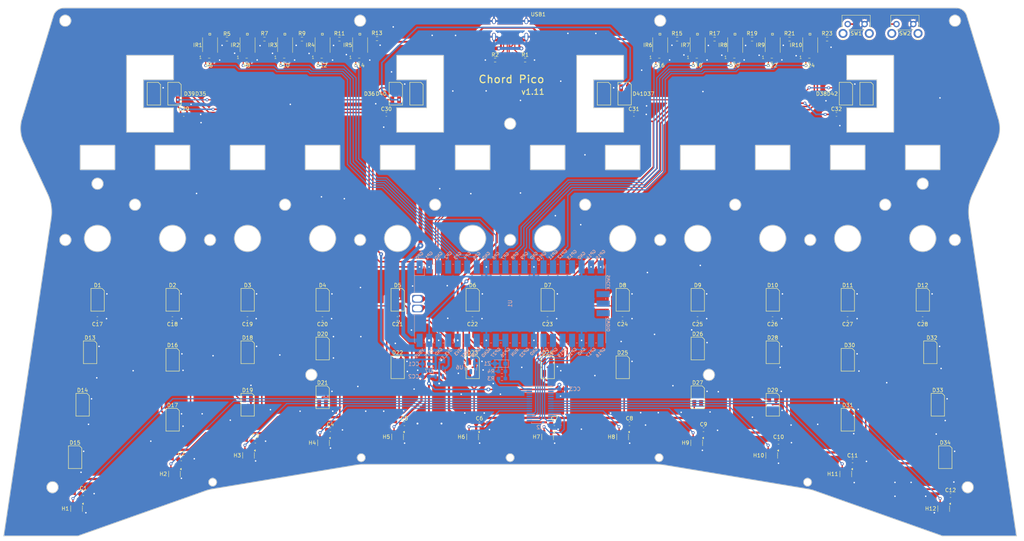
<source format=kicad_pcb>
(kicad_pcb (version 20241229) (generator "pcbnew") (generator_version "9.0")
  (title_block (title "Chord Pico") (company "whowechina"))
  (layers (0 "F.Cu" signal) (2 "B.Cu" signal) (13 "F.Paste" user) (15 "B.Paste" user) (5 "F.SilkS" user "F.Silkscreen") (7 "B.SilkS" user "B.Silkscreen") (1 "F.Mask" user) (3 "B.Mask" user) (25 "Edge.Cuts" user))
  (net 0 "")
  (net 1 "/K8")
  (net 2 "+5V")
  (net 3 "/K9")
  (net 4 "Net-(USB1-CC1)")
  (net 5 "Net-(USB1-CC2)")
  (net 6 "Net-(U1-USB2)")
  (net 8 "Net-(U1-VBUS)")
  (net 9 "Net-(U1-USB1)")
  (net 12 "/K2")
  (net 15 "/K6")
  (net 16 "/K4")
  (net 17 "/K5")
  (net 18 "/K3")
  (net 19 "Net-(D1-Out)")
  (net 21 "Net-(D1-In)")
  (net 23 "/K1")
  (net 25 "/K7")
  (net 26 "Net-(D22-In)")
  (net 27 "Net-(D23-In)")
  (net 28 "Net-(U1-ADC_VREF)")
  (net 29 "Net-(D24-In)")
  (net 30 "Net-(D25-In)")
  (net 31 "Net-(D10-In)")
  (net 32 "Net-(D10-Out)")
  (net 33 "Net-(D11-Out)")
  (net 45 "Vref")
  (net 46 "Net-(U2-D)")
  (net 47 "Net-(U1-GPIO26_ADC0)")
  (net 48 "Net-(U1-GPIO19)")
  (net 49 "Net-(U1-GPIO18)")
  (net 54 "Net-(U1-GPIO21)")
  (net 55 "Net-(U1-GPIO20)")
  (net 64 "/K10")
  (net 65 "/K11")
  (net 66 "GND")
  (net 67 "/K12")
  (net 68 "+3.3V")
  (net 69 "/F1")
  (net 70 "/AUX1")
  (net 72 "/F2")
  (net 73 "/F3")
  (net 74 "/F4")
  (net 75 "/F5")
  (net 76 "/F6")
  (net 77 "/AUX2")
  (net 78 "/F7")
  (net 79 "/F8")
  (net 80 "/F9")
  (net 82 "/F10")
  (net 84 "Net-(U1-GPIO17)")
  (net 85 "Net-(D18-In)")
  (net 86 "Net-(D20-In)")
  (net 87 "Net-(D26-In)")
  (net 93 "Net-(D35-Out)")
  (net 95 "Net-(D35-In)")
  (net 96 "Net-(D36-Out)")
  (net 97 "Net-(D37-Out)")
  (net 107 "Net-(IR1-K)")
  (net 108 "Net-(IR2-K)")
  (net 109 "Net-(IR3-K)")
  (net 110 "Net-(IR4-K)")
  (net 111 "Net-(IR5-K)")
  (net 112 "Net-(IR6-K)")
  (net 113 "Net-(IR7-K)")
  (net 114 "Net-(IR8-K)")
  (net 115 "Net-(IR9-K)")
  (net 116 "Net-(IR10-K)")
  (footprint "Capacitor_SMD:C_0603_1608Metric_Pad1.08x0.95mm_HandSolder" (layer "F.Cu") (at 226.0085 203.124)
    (property "Reference" "C7")
    (property "Value" "0.1uF")
  )
  (footprint "Capacitor_SMD:C_0603_1608Metric_Pad1.08x0.95mm_HandSolder" (layer "F.Cu") (at 265.7525 204.721)
    (property "Reference" "C9")
    (property "Value" "0.1uF")
  )
  (footprint "chord_pico:ITR1502" (layer "F.Cu") (at 134.196 102.074)
    (property "Reference" "IR1")
    (property "Value" "ITR1502")
  )
  (footprint "Resistor_SMD:R_0603_1608Metric_Pad0.98x0.95mm_HandSolder" (layer "F.Cu") (at 293.9585 106.074 180)
    (property "Reference" "R24")
    (property "Value" "10K")
  )
  (footprint "chord_pico:WS2812B-2835" (layer "F.Cu") (at 119.196 115.074 90)
    (property "Reference" "D39")
    (property "Value" "WS2812B_Unified" (hide yes))
  )
  (footprint "chord_pico:ITR1502" (layer "F.Cu") (at 254.196 102.074)
    (property "Reference" "IR6")
    (property "Value" "ITR1502")
  )
  (footprint "chord_pico:WS2812B-2835" (layer "F.Cu") (at 204.196 188.074 90)
    (property "Reference" "D23")
    (property "Value" "WS2812B_Unified" (hide yes))
  )
  (footprint "chord_pico:WS2812B-2835" (layer "F.Cu") (at 239.196 115.074 90)
    (property "Reference" "D41")
    (property "Value" "WS2812B_Unified" (hide yes))
  )
  (footprint "chord_pico:SOT-23-FAT" (layer "F.Cu") (at 329.79 225.773 -90)
    (property "Reference" "H12")
    (property "Value" "SS49E_SOT23")
  )
  (footprint "chord_pico:WS2812B-2835" (layer "F.Cu") (at 264.196 170.074 90)
    (property "Reference" "D9")
    (property "Value" "WS2812B_Unified" (hide yes))
  )
  (footprint "chord_pico:WS2812B-2835" (layer "F.Cu") (at 189.196 115.074 90)
    (property "Reference" "D40")
    (property "Value" "WS2812B_Unified" (hide yes))
  )
  (footprint "Resistor_SMD:R_0603_1608Metric_Pad0.98x0.95mm_HandSolder" (layer "F.Cu") (at 158.696 100.474 180)
    (property "Reference" "R9")
    (property "Value" "200")
  )
  (footprint "Capacitor_SMD:C_0603_1608Metric_Pad1.08x0.95mm_HandSolder" (layer "F.Cu") (at 206.0085 203.124)
    (property "Reference" "C6")
    (property "Value" "0.1uF")
  )
  (footprint "chord_pico:WS2812B-2835" (layer "F.Cu") (at 264.196 183.074 90)
    (property "Reference" "D26")
    (property "Value" "WS2812B_Unified" (hide yes))
  )
  (footprint "chord_pico:WS2812B-2835" (layer "F.Cu") (at 244.196 188.074 90)
    (property "Reference" "D25")
    (property "Value" "WS2812B_Unified" (hide yes))
  )
  (footprint "chord_pico:WS2812B-2835" (layer "F.Cu") (at 304.196 202.074 90)
    (property "Reference" "D31")
    (property "Value" "WS2812B_Unified" (hide yes))
  )
  (footprint "chord_pico:ITR1502" (layer "F.Cu") (at 164.196 102.074)
    (property "Reference" "IR4")
    (property "Value" "ITR1502")
  )
  (footprint "chord_pico:ITR1502" (layer "F.Cu") (at 174.196 102.074)
    (property "Reference" "IR5")
    (property "Value" "ITR1502")
  )
  (footprint "Resistor_SMD:R_0603_1608Metric_Pad0.98x0.95mm_HandSolder" (layer "F.Cu") (at 163.9585 106.074 180)
    (property "Reference" "R12")
    (property "Value" "10K")
  )
  (footprint "Resistor_SMD:R_0603_1608Metric_Pad0.98x0.95mm_HandSolder" (layer "F.Cu") (at 178.696 100.374 180)
    (property "Reference" "R13")
    (property "Value" "200")
  )
  (footprint "Resistor_SMD:R_0603_1608Metric_Pad0.98x0.95mm_HandSolder" (layer "F.Cu") (at 143.9585 106.074 180)
    (property "Reference" "R8")
    (property "Value" "10K")
  )
  (footprint "chord_pico:SOT-23-FAT" (layer "F.Cu") (at 244.196 206.624 -90)
    (property "Reference" "H8")
    (property "Value" "SS49E_SOT23")
  )
  (footprint "chord_pico:SOT-23-FAT" (layer "F.Cu") (at 283.942 211.568 -90)
    (property "Reference" "H10")
    (property "Value" "SS49E_SOT23")
  )
  (footprint "chord_pico:Omron_B3F-315x_Angled" (layer "F.Cu") (at 317.196 96.474)
    (property "Reference" "SW2")
    (property "Value" "SW_DIP_x01")
  )
  (footprint "chord_pico:WS2812B-2835" (layer "F.Cu") (at 330.196 212.074 90)
    (property "Reference" "D34")
    (property "Value" "WS2812B_Unified" (hide yes))
  )
  (footprint "chord_pico:WS2812B-2835" (layer "F.Cu") (at 184.196 188.074 90)
    (property "Reference" "D22")
    (property "Value" "WS2812B_Unified" (hide yes))
  )
  (footprint "Resistor_SMD:R_0603_1608Metric_Pad0.98x0.95mm_HandSolder" (layer "F.Cu") (at 253.9585 106.074 180)
    (property "Reference" "R16")
    (property "Value" "10K")
  )
  (footprint "Resistor_SMD:R_0603_1608Metric_Pad0.98x0.95mm_HandSolder" (layer "F.Cu") (at 283.9585 106.074 180)
    (property "Reference" "R22")
    (property "Value" "10K")
  )
  (footprint "Capacitor_SMD:C_0603_1608Metric_Pad1.08x0.95mm_HandSolder" (layer "F.Cu") (at 224.1585 175.074)
    (property "Reference" "C23")
    (property "Value" "0.1uF")
  )
  (footprint "chord_pico:WS2812B-2835" (layer "F.Cu") (at 244.196 170.074 90)
    (property "Reference" "D8")
    (property "Value" "WS2812B_Unified" (hide yes))
  )
  (footprint "Resistor_SMD:R_0603_1608Metric_Pad0.98x0.95mm_HandSolder" (layer "F.Cu") (at 278.696 100.474 180)
    (property "Reference" "R19")
    (property "Value" "200")
  )
  (footprint "Capacitor_SMD:C_0603_1608Metric_Pad1.08x0.95mm_HandSolder" (layer "F.Cu") (at 247.196 120.574)
    (property "Reference" "C31")
    (property "Value" "0.1uF")
  )
  (footprint "Capacitor_SMD:C_0603_1608Metric_Pad1.08x0.95mm_HandSolder" (layer "F.Cu") (at 186.0085 203.124)
    (property "Reference" "C5")
    (property "Value" "0.1uF")
  )
  (footprint "Capacitor_SMD:C_0603_1608Metric_Pad1.08x0.95mm_HandSolder" (layer "F.Cu") (at 246.0085 203.124)
    (property "Reference" "C8")
    (property "Value" "0.1uF")
  )
  (footprint "chord_pico:WS2812B-2835" (layer "F.Cu") (at 144.196 170.074 90)
    (property "Reference" "D3")
    (property "Value" "WS2812B_Unified" (hide yes))
  )
  (footprint "chord_pico:ITR1502" (layer "F.Cu") (at 144.196 102.074)
    (property "Reference" "IR2")
    (property "Value" "ITR1502")
  )
  (footprint "Resistor_SMD:R_0603_1608Metric_Pad0.98x0.95mm_HandSolder" (layer "F.Cu") (at 263.9585 106.074 180)
    (property "Reference" "R18")
    (property "Value" "10K")
  )
  (footprint "Resistor_SMD:R_0603_1608Metric_Pad0.98x0.95mm_HandSolder" (layer "F.Cu") (at 138.696 100.474 180)
    (property "Reference" "R5")
    (property "Value" "200")
  )
  (footprint "chord_pico:WS2812B-2835" (layer "F.Cu") (at 304.196 170.074 90)
    (property "Reference" "D11")
    (property "Value" "WS2812B_Unified" (hide yes))
  )
  (footprint "Capacitor_SMD:C_0603_1608Metric_Pad1.08x0.95mm_HandSolder" (layer "F.Cu") (at 244.1585 175.074)
    (property "Reference" "C24")
    (property "Value" "0.1uF")
  )
  (footprint "chord_pico:WS2812B-2835" (layer "F.Cu") (at 304.196 186.074 90)
    (property "Reference" "D30")
    (property "Value" "WS2812B_Unified" (hide yes))
  )
  (footprint "chord_pico:SOT-23-FAT" (layer "F.Cu") (at 204.196 206.624 -90)
    (property "Reference" "H6")
    (property "Value" "SS49E_SOT23")
  )
  (footprint "chord_pico:WS2812B-2835" (layer "F.Cu") (at 124.196 202.074 90)
    (property "Reference" "D17")
    (property "Value" "WS2812B_Unified" (hide yes))
  )
  (footprint "chord_pico:SOT-23-FAT" (layer "F.Cu") (at 184.196 206.624 -90)
    (property "Reference" "H5")
    (property "Value" "SS49E_SOT23")
  )
  (footprint "Capacitor_SMD:C_0603_1608Metric_Pad1.08x0.95mm_HandSolder" (layer "F.Cu") (at 166.2645 204.721)
    (property "Reference" "C4")
    (property "Value" "0.1uF")
  )
  (footprint "Resistor_SMD:R_0603_1608Metric_Pad0.98x0.95mm_HandSolder" (layer "F.Cu") (at 273.9585 106.074 180)
    (property "Reference" "R20")
    (property "Value" "10K")
  )
  (footprint "chord_pico:WS2812B-2835" (layer "F.Cu") (at 284.196 198.074 90)
    (property "Reference" "D29")
    (property "Value" "WS2812B_Unified" (hide yes))
  )
  (footprint "Capacitor_SMD:C_0603_1608Metric_Pad1.08x0.95mm_HandSolder" (layer "F.Cu") (at 164.1585 175.074)
    (property "Reference" "C20")
    (property "Value" "0.1uF")
  )
  (footprint "Capacitor_SMD:C_0603_1608Metric_Pad1.08x0.95mm_HandSolder" (layer "F.Cu") (at 305.4915 213.027)
    (property "Reference" "C11")
    (property "Value" "0.1uF")
  )
  (footprint "chord_pico:WS2812B-2835" (layer "F.Cu") (at 204.196 170.074 90)
    (property "Reference" "D6")
    (property "Value" "WS2812B_Unified" (hide yes))
  )
  (footprint "Capacitor_SMD:C_0603_1608Metric_Pad1.08x0.95mm_HandSolder" (layer "F.Cu") (at 104.1585 175.074)
    (property "Reference" "C17")
    (property "Value" "0.1uF")
  )
  (footprint "chord_pico:WS2812B-2835" (layer "F.Cu") (at 124.196 170.074 90)
    (property "Reference" "D2")
    (property "Value" "WS2812B_Unified" (hide yes))
  )
  (footprint "chord_pico:WS2812B-2835" (layer "F.Cu") (at 164.196 183.074 90)
    (property "Reference" "D20")
    (property "Value" "WS2812B_Unified" (hide yes))
  )
  (footprint "Resistor_SMD:R_0603_1608Metric_Pad0.98x0.95mm_HandSolder" (layer "F.Cu") (at 218.196 106.074)
    (property "Reference" "R1")
    (property "Value" "5K1")
  )
  (footprint "Capacitor_SMD:C_0603_1608Metric_Pad1.08x0.95mm_HandSolder" (layer "F.Cu") (at 331.6025 222.273)
    (property "Reference" "C12")
    (property "Value" "0.1uF")
  )
  (footprint "chord_pico:WS2812B-2835" (layer "F.Cu") (at 102.196 184.074 90)
    (property "Reference" "D13")
    (property "Value" "WS2812B_Unified" (hide yes))
  )
  (footprint "Capacitor_SMD:C_0603_1608Metric_Pad1.08x0.95mm_HandSolder" (layer "F.Cu") (at 146.2625 207.768)
    (property "Reference" "C3")
    (property "Value" "0.1uF")
  )
  (footprint "chord_pico:WS2812B-2835" (layer "F.Cu") (at 184.196 170.074 90)
    (property "Reference" "D5")
    (property "Value" "WS2812B_Unified" (hide yes))
  )
  (footprint "chord_pico:WS2812B-2835" (layer "F.Cu") (at 264.196 196.074 90)
    (property "Reference" "D27")
    (property "Value" "WS2812B_Unified" (hide yes))
  )
  (footprint "Resistor_SMD:R_0603_1608Metric_Pad0.98x0.95mm_HandSolder" (layer "F.Cu") (at 148.696 100.474 180)
    (property "Reference" "R7")
    (property "Value" "200")
  )
  (footprint "chord_pico:WS2812B-2835" (layer "F.Cu") (at 244.696 115.074 90)
    (property "Reference" "D37")
    (property "Value" "WS2812B_Unified" (hide yes))
  )
  (footprint "Resistor_SMD:R_0603_1608Metric_Pad0.98x0.95mm_HandSolder" (layer "F.Cu") (at 298.696 100.474 180)
    (property "Reference" "R23")
    (property "Value" "200")
  )
  (footprint "Capacitor_SMD:C_0603_1608Metric_Pad1.08x0.95mm_HandSolder" (layer "F.Cu") (at 126.5255 212.527)
    (property "Reference" "C2")
    (property "Value" "0.1uF")
  )
  (footprint "Resistor_SMD:R_0603_1608Metric_Pad0.98x0.95mm_HandSolder" (layer "F.Cu") (at 153.9585 106.074 180)
    (property "Reference" "R10")
    (property "Value" "10K")
  )
  (footprint "Resistor_SMD:R_0603_1608Metric_Pad0.98x0.95mm_HandSolder" (layer "F.Cu") (at 258.696 100.474 180)
    (property "Reference" "R15")
    (property "Value" "200")
  )
  (footprint "chord_pico:WS2812B-2835" (layer "F.Cu") (at 303.696 115.074 90)
    (property "Reference" "D38")
    (property "Value" "WS2812B_Unified" (hide yes))
  )
  (footprint "Capacitor_SMD:C_0603_1608Metric_Pad1.08x0.95mm_HandSolder" (layer "F.Cu") (at 301.196 120.574)
    (property "Reference" "C32")
    (property "Value" "0.1uF")
  )
  (footprint "chord_pico:WS2812B-2835" (layer "F.Cu") (at 100.196 198.074 90)
    (property "Reference" "D14")
    (property "Value" "WS2812B_Unified" (hide yes))
  )
  (footprint "Resistor_SMD:R_0603_1608Metric_Pad0.98x0.95mm_HandSolder" (layer "F.Cu") (at 133.9585 106.074 180)
    (property "Reference" "R6")
    (property "Value" "10K")
  )
  (footprint "chord_pico:WS2812B-2835" (layer "F.Cu") (at 164.196 170.074 90)
    (property "Reference" "D4")
    (property "Value" "WS2812B_Unified" (hide yes))
  )
  (footprint "chord_pico:WS2812B-2835" (layer "F.Cu") (at 284.196 184.074 90)
    (property "Reference" "D28")
    (property "Value" "WS2812B_Unified" (hide yes))
  )
  (footprint "chord_pico:SOT-23-FAT" (layer "F.Cu") (at 303.679 216.527 -90)
    (property "Reference" "H11")
    (property "Value" "SS49E_SOT23")
  )
  (footprint "Capacitor_SMD:C_0603_1608Metric_Pad1.08x0.95mm_HandSolder" (layer "F.Cu") (at 304.1585 175.074)
    (property "Reference" "C27")
    (property "Value" "0.1uF")
  )
  (footprint "chord_pico:WS2812B-2835" (layer "F.Cu") (at 328.196 198.074 90)
    (property "Reference" "D33")
    (property "Value" "WS2812B_Unified" (hide yes))
  )
  (footprint "Resistor_SMD:R_0603_1608Metric_Pad0.98x0.95mm_HandSolder" (layer "F.Cu") (at 288.696 100.474 180)
    (property "Reference" "R21")
    (property "Value" "200")
  )
  (footprint "chord_pico:WS2812B-2835" (layer "F.Cu") (at 284.196 170.074 90)
    (property "Reference" "D10")
    (property "Value" "WS2812B_Unified" (hide yes))
  )
  (footprint "Capacitor_SMD:C_0603_1608Metric_Pad1.08x0.95mm_HandSolder" (layer "F.Cu") (at 184.1585 175.074)
    (property "Reference" "C21")
    (property "Value" "0.1uF")
  )
  (footprint "chord_pico:WS2812B-2835" (layer "F.Cu") (at 224.196 188.074 90)
    (property "Reference" "D24")
    (property "Value" "WS2812B_Unified" (hide yes))
  )
  (footprint "chord_pico:WS2812B-2835" (layer "F.Cu") (at 144.196 184.074 90)
    (property "Reference" "D18")
    (property "Value" "WS2812B_Unified" (hide yes))
  )
  (footprint "chord_pico:ITR1502" (layer "F.Cu") (at 284.196 102.074)
    (property "Reference" "IR9")
    (property "Value" "ITR1502")
  )
  (footprint "chord_pico:WS2812B-2835" (layer "F.Cu") (at 164.196 196.074 90)
    (property "Reference" "D21")
    (property "Value" "WS2812B_Unified" (hide yes))
  )
  (footprint "Capacitor_SMD:C_0603_1608Metric_Pad1.08x0.95mm_HandSolder" (layer "F.Cu") (at 124.1585 175.074)
    (property "Reference" "C18")
    (property "Value" "0.1uF")
  )
  (footprint "Type-C:HRO-TYPE-C-31-M-12-Assembly" (layer "F.Cu") (at 214.196 93.074 180)
    (property "Reference" "USB1")
    (property "Value" "U262-161N-4BVC11")
  )
  (footprint "chord_pico:SOT-23-FAT" (layer "F.Cu") (at 98.602 225.773 -90)
    (property "Reference" "H1")
    (property "Value" "SS49E_SOT23")
  )
  (footprint "chord_pico:Omron_B3F-315x_Angled" (layer "F.Cu") (at 304.196 96.474)
    (property "Reference" "SW1")
    (property "Value" "SW_DIP_x01")
  )
  (footprint "Capacitor_SMD:C_0603_1608Metric_Pad1.08x0.95mm_HandSolder" (layer "F.Cu") (at 324.1585 175.074)
    (property "Reference" "C28")
    (property "Value" "0.1uF")
  )
  (footprint "Capacitor_SMD:C_0603_1608Metric_Pad1.08x0.95mm_HandSolder" (layer "F.Cu") (at 181.196 120.574)
    (property "Reference" "C30")
    (property "Value" "0.1uF")
  )
  (footprint "Resistor_SMD:R_0603_1608Metric_Pad0.98x0.95mm_HandSolder" (layer "F.Cu") (at 210.196 106.074 180)
    (property "Reference" "R2")
    (property "Value" "5K1")
  )
  (footprint "Capacitor_SMD:C_0603_1608Metric_Pad1.08x0.95mm_HandSolder" (layer "F.Cu") (at 204.1585 175.074)
    (property "Reference" "C22")
    (property "Value" "0.1uF")
  )
  (footprint "Resistor_SMD:R_0603_1608Metric_Pad0.98x0.95mm_HandSolder" (layer "F.Cu") (at 173.9585 106.074 180)
    (property "Reference" "R14")
    (property "Value" "10K")
  )
  (footprint "chord_pico:WS2812B-2835" (layer "F.Cu") (at 98.196 212.074 90)
    (property "Reference" "D15")
    (property "Value" "WS2812B_Unified" (hide yes))
  )
  (footprint "chord_pico:ITR1502" (layer "F.Cu") (at 294.196 102.074)
    (property "Reference" "IR10")
    (property "Value" "ITR1502")
  )
  (footprint "Resistor_SMD:R_0603_1608Metric_Pad0.98x0.95mm_HandSolder" (layer "F.Cu") (at 168.696 100.474 180)
    (property "Reference" "R11")
    (property "Value" "200")
  )
  (footprint "Capacitor_SMD:C_0603_1608Metric_Pad1.08x0.95mm_HandSolder" (layer "F.Cu") (at 127.196 120.574)
    (property "Reference" "C29")
    (property "Value" "0.1uF")
  )
  (footprint "chord_pico:WS2812B-2835" (layer "F.Cu") (at 309.196 115.074 90)
    (property "Reference" "D42")
    (property "Value" "WS2812B_Unified" (hide yes))
  )
  (footprint "chord_pico:WS2812B-2835" (layer "F.Cu") (at 124.696 115.074 90)
    (property "Reference" "D35")
    (property "Value" "WS2812B_Unified" (hide yes))
  )
  (footprint "chord_pico:SOT-23-FAT" (layer "F.Cu") (at 224.196 206.624 -90)
    (property "Reference" "H7")
    (property "Value" "SS49E_SOT23")
  )
  (footprint "Capacitor_SMD:C_0603_1608Metric_Pad1.08x0.95mm_HandSolder" (layer "F.Cu") (at 285.7545 208.068)
    (property "Reference" "C10")
    (property "Value" "0.1uF")
  )
  (footprint "Capacitor_SMD:C_0603_1608Metric_Pad1.08x0.95mm_HandSolder" (layer "F.Cu") (at 284.1585 175.074)
    (property "Reference" "C26")
    (property "Value" "0.1uF")
  )
  (footprint "chord_pico:WS2812B-2835" (layer "F.Cu") (at 224.196 170.074 90)
    (property "Reference" "D7")
    (property "Value" "WS2812B_Unified" (hide yes))
  )
  (footprint "chord_pico:SOT-23-FAT" (layer "F.Cu") (at 124.713 216.527 -90)
    (property "Reference" "H2")
    (property "Value" "SS49E_SOT23")
  )
  (footprint "chord_pico:SOT-23-FAT" (layer "F.Cu") (at 144.45 211.568 -90)
    (property "Reference" "H3")
    (property "Value" "SS49E_SOT23")
  )
  (footprint "chord_pico:WS2812B-2835" (layer "F.Cu") (at 326.196 184.074 90)
    (property "Reference" "D32")
    (property "Value" "WS2812B_Unified" (hide yes))
  )
  (footprint "chord_pico:ITR1502" (layer "F.Cu") (at 154.196 102.074)
    (property "Reference" "IR3")
    (property "Value" "ITR1502")
  )
  (footprint "chord_pico:WS2812B-2835" (layer "F.Cu") (at 144.196 198.074 90)
    (property "Reference" "D19")
    (property "Value" "WS2812B_Unified" (hide yes))
  )
  (footprint "Capacitor_SMD:C_0603_1608Metric_Pad1.08x0.95mm_HandSolder" (layer "F.Cu") (at 144.1585 175.074)
    (property "Reference" "C19")
    (property "Value" "0.1uF")
  )
  (footprint "chord_pico:WS2812B-2835" (layer "F.Cu") (at 104.196 170.074 90)
    (property "Reference" "D1")
    (property "Value" "WS2812B_Unified" (hide yes))
  )
  (footprint "chord_pico:SOT-23-FAT" (layer "F.Cu") (at 263.94 208.221 -90)
    (property "Reference" "H9")
    (property "Value" "SS49E_SOT23")
  )
  (footprint "chord_pico:ITR1502" (layer "F.Cu") (at 264.196 102.074)
    (property "Reference" "IR7")
    (property "Value" "ITR1502")
  )
  (footprint "Resistor_SMD:R_0603_1608Metric_Pad0.98x0.95mm_HandSolder" (layer "F.Cu") (at 268.696 100.474 180)
    (property "Reference" "R17")
    (property "Value" "200")
  )
  (footprint "chord_pico:WS2812B-2835" (layer "F.Cu") (at 183.696 115.074 90)
    (property "Reference" "D36")
    (property "Value" "WS2812B_Unified" (hide yes))
  )
  (footprint "chord_pico:WS2812B-2835" (layer "F.Cu") (at 324.196 170.074 90)
    (property "Reference" "D12")
    (property "Value" "WS2812B_Unified" (hide yes))
  )
  (footprint "Capacitor_SMD:C_0603_1608Metric_Pad1.08x0.95mm_HandSolder" (layer "F.Cu") (at 100.4145 221.773)
    (property "Reference" "C1")
    (property "Value" "0.1uF")
  )
  (footprint "chord_pico:WS2812B-2835" (layer "F.Cu") (at 124.196 186.074 90)
    (property "Reference" "D16")
    (property "Value" "WS2812B_Unified" (hide yes))
  )
  (footprint "chord_pico:SOT-23-FAT" (layer "F.Cu") (at 164.452 208.221 -90)
    (property "Reference" "H4")
    (property "Value" "SS49E_SOT23")
  )
  (footprint "chord_pico:ITR1502" (layer "F.Cu") (at 274.196 102.074)
    (property "Reference" "IR8")
    (property "Value" "ITR1502")
  )
  (footprint "Capacitor_SMD:C_0603_1608Metric_Pad1.08x0.95mm_HandSolder" (layer "F.Cu") (at 264.1585 175.074)
    (property "Reference" "C25")
    (property "Value" "0.1uF")
  )
  (footprint "Capacitor_SMD:C_0603_1608Metric_Pad1.08x0.95mm_HandSolder" (layer "B.Cu") (at 228.196 193.849)
    (property "Reference" "CC3")
    (property "Value" "0.1uF")
  )
  (footprint "Resistor_SMD:R_0603_1608Metric_Pad0.98x0.95mm_HandSolder" (layer "B.Cu") (at 212.0135 191.074)
    (property "Reference" "R3")
    (property "Value" "2K")
  )
  (footprint "Capacitor_SMD:C_0603_1608Metric_Pad1.08x0.95mm_HandSolder" (layer "B.Cu") (at 191.696 190.5115 180)
    (property "Reference" "CC2")
    (property "Value" "0.1uF")
  )
  (footprint "Package_SO:TSSOP-28_4.4x9.7mm_P0.65mm" (layer "B.Cu") (at 222.196 198.074 180)
    (property "Reference" "U2")
    (property "Value" "ADG706BRUZ")
  )
  (footprint "chord_pico:RPi_Pico_SMD_Pins" (layer "B.Cu") (at 214.196 171.074 -90)
    (property "Reference" "U1")
    (property "Value" "PiPico")
  )
  (footprint "Package_TO_SOT_SMD:SOT-23-5" (layer "B.Cu") (at 195.296 189.374 -90)
    (property "Reference" "U7")
    (property "Value" "TPS7A2042")
  )
  (footprint "Resistor_SMD:R_0603_1608Metric_Pad0.98x0.95mm_HandSolder" (layer "B.Cu") (at 212.0135 189.174)
    (property "Reference" "R4")
    (property "Value" "5.1K")
  )
  (footprint "Capacitor_SMD:C_0603_1608Metric_Pad1.08x0.95mm_HandSolder" (layer "B.Cu") (at 191.696 187.174 180)
    (property "Reference" "CC1")
    (property "Value" "0.1uF")
  )
  (footprint "Diode_SMD:D_SOD-123F" (layer "B.Cu") (at 211.526 187.074 180)
    (property "Reference" "Z1")
    (property "Value" "3.3V")
  )
  (footprint "chord_pico:SOT-23-FAT" (layer "B.Cu") (at 203.716 188.074 -90)
    (property "Reference" "U6")
    (property "Value" "LM4040DBZ-3")
  )
  (gr_circle (center 184.195983 153.674) (end 187.695983 153.674) (stroke (width 0.2)) (fill no) (layer "Edge.Cuts"))
  (gr_line (start 228.795983 135.324) (end 228.795983 128.824) (stroke (width 0.2)) (layer "Edge.Cuts"))
  (gr_line (start 308.795983 135.324) (end 308.795983 128.824) (stroke (width 0.2)) (layer "Edge.Cuts"))
  (gr_circle (center 324.195983 153.674) (end 327.695983 153.674) (stroke (width 0.2)) (fill no) (layer "Edge.Cuts"))
  (gr_circle (center 154.195983 144.674) (end 155.695983 144.674) (stroke (width 0.2)) (fill no) (layer "Edge.Cuts"))
  (gr_arc (start 336.552055 148.211869) (mid 336.545537 144.97962) (end 337.470474 141.88253) (stroke (width 0.2)) (layer "Edge.Cuts"))
  (gr_line (start 228.795983 135.324) (end 219.595983 135.324) (stroke (width 0.2)) (layer "Edge.Cuts"))
  (gr_line (start 111.945983 125.324) (end 111.945983 104.824) (stroke (width 0.2)) (layer "Edge.Cuts"))
  (gr_line (start 219.595983 135.324) (end 219.595983 128.824) (stroke (width 0.2)) (layer "Edge.Cuts"))
  (gr_circle (center 174.495983 212.184931) (end 175.545983 212.184931) (stroke (width 0.2)) (fill no) (layer "Edge.Cuts"))
  (gr_line (start 188.795983 135.324) (end 188.795983 128.824) (stroke (width 0.2)) (layer "Edge.Cuts"))
  (gr_line (start 124.445983 125.324) (end 111.945983 125.324) (stroke (width 0.2)) (layer "Edge.Cuts"))
  (gr_line (start 244.445983 104.824) (end 231.945983 104.824) (stroke (width 0.2)) (layer "Edge.Cuts"))
  (gr_line (start 188.795983 128.824) (end 179.595983 128.824) (stroke (width 0.2)) (layer "Edge.Cuts"))
  (gr_line (start 183.945983 104.824) (end 183.945983 111.324) (stroke (width 0.2)) (layer "Edge.Cuts"))
  (gr_line (start 335.940732 94.226122) (end 344.347889 121.724694) (stroke (width 0.2)) (layer "Edge.Cuts"))
  (gr_line (start 79.176256 233.074) (end 98.97267 233.074) (stroke (width 0.2)) (layer "Edge.Cuts"))
  (gr_circle (center 294.195983 154.074) (end 295.695983 154.074) (stroke (width 0.2)) (fill no) (layer "Edge.Cuts"))
  (gr_line (start 349.21571 233.074) (end 329.419296 233.074) (stroke (width 0.2)) (layer "Edge.Cuts"))
  (gr_line (start 303.945983 111.324) (end 311.945983 111.324) (stroke (width 0.2)) (layer "Edge.Cuts"))
  (gr_line (start 199.595983 135.324) (end 199.595983 128.824) (stroke (width 0.2)) (layer "Edge.Cuts"))
  (gr_line (start 179.595983 135.324) (end 179.595983 128.824) (stroke (width 0.2)) (layer "Edge.Cuts"))
  (gr_line (start 316.445983 125.324) (end 316.445983 104.824) (stroke (width 0.2)) (layer "Edge.Cuts"))
  (gr_line (start 303.945983 118.824) (end 311.945983 118.824) (stroke (width 0.2)) (layer "Edge.Cuts"))
  (gr_line (start 268.795983 135.324) (end 259.595983 135.324) (stroke (width 0.2)) (layer "Edge.Cuts"))
  (gr_line (start 128.795983 135.324) (end 119.595983 135.324) (stroke (width 0.2)) (layer "Edge.Cuts"))
  (gr_line (start 124.445983 111.324) (end 116.445983 111.324) (stroke (width 0.2)) (layer "Edge.Cuts"))
  (gr_line (start 231.945983 125.324) (end 231.945983 104.824) (stroke (width 0.2)) (layer "Edge.Cuts"))
  (gr_circle (center 92.195983 220.074) (end 93.695983 220.074) (stroke (width 0.2)) (fill no) (layer "Edge.Cuts"))
  (gr_line (start 183.945983 118.824) (end 183.945983 125.324) (stroke (width 0.2)) (layer "Edge.Cuts"))
  (gr_circle (center 161.195983 190.074) (end 162.695983 190.074) (stroke (width 0.2)) (fill no) (layer "Edge.Cuts"))
  (gr_circle (center 164.195983 153.674) (end 167.695983 153.674) (stroke (width 0.2)) (fill no) (layer "Edge.Cuts"))
  (gr_line (start 92.451234 94.226121) (end 84.044074 121.724701) (stroke (width 0.2)) (layer "Edge.Cuts"))
  (gr_circle (center 304.195983 153.674) (end 307.695983 153.674) (stroke (width 0.2)) (fill no) (layer "Edge.Cuts"))
  (gr_line (start 236.445983 118.824) (end 236.445983 111.324) (stroke (width 0.2)) (layer "Edge.Cuts"))
  (gr_line (start 124.445983 104.824) (end 124.445983 111.324) (stroke (width 0.2)) (layer "Edge.Cuts"))
  (gr_line (start 188.795983 135.324) (end 179.595983 135.324) (stroke (width 0.2)) (layer "Edge.Cuts"))
  (gr_line (start 248.795983 128.824) (end 239.595983 128.824) (stroke (width 0.2)) (layer "Edge.Cuts"))
  (gr_arc (start 253.365083 213.974) (mid 254.284236 214.012125) (end 255.197076 214.12623) (stroke (width 0.2)) (layer "Edge.Cuts"))
  (gr_line (start 279.595983 135.324) (end 279.595983 128.824) (stroke (width 0.2)) (layer "Edge.Cuts"))
  (gr_line (start 244.445983 118.824) (end 244.445983 125.324) (stroke (width 0.2)) (layer "Edge.Cuts"))
  (gr_line (start 253.365083 213.974) (end 175.026921 213.974) (stroke (width 0.2)) (layer "Edge.Cuts"))
  (gr_arc (start 173.19489 214.12623) (mid 174.107749 214.012123) (end 175.026921 213.974) (stroke (width 0.2)) (layer "Edge.Cuts"))
  (gr_line (start 248.795983 135.324) (end 239.595983 135.324) (stroke (width 0.2)) (layer "Edge.Cuts"))
  (gr_line (start 303.945983 104.824) (end 316.445983 104.824) (stroke (width 0.2)) (layer "Edge.Cuts"))
  (gr_line (start 108.795983 135.324) (end 99.595983 135.324) (stroke (width 0.2)) (layer "Edge.Cuts"))
  (gr_line (start 128.795983 128.824) (end 119.595983 128.824) (stroke (width 0.2)) (layer "Edge.Cuts"))
  (gr_line (start 183.945983 111.324) (end 191.945983 111.324) (stroke (width 0.2)) (layer "Edge.Cuts"))
  (gr_line (start 336.552055 148.211869) (end 349.21571 233.074) (stroke (width 0.2)) (layer "Edge.Cuts"))
  (gr_line (start 329.419296 233.074) (end 295.387886 221.022846) (stroke (width 0.2)) (layer "Edge.Cuts"))
  (gr_line (start 244.445983 104.824) (end 244.445983 111.324) (stroke (width 0.2)) (layer "Edge.Cuts"))
  (gr_circle (center 224.195983 153.674) (end 227.695983 153.674) (stroke (width 0.2)) (fill no) (layer "Edge.Cuts"))
  (gr_line (start 268.795983 135.324) (end 268.795983 128.824) (stroke (width 0.2)) (layer "Edge.Cuts"))
  (gr_line (start 191.945983 118.824) (end 191.945983 111.324) (stroke (width 0.2)) (layer "Edge.Cuts"))
  (gr_line (start 208.795983 128.824) (end 199.595983 128.824) (stroke (width 0.2)) (layer "Edge.Cuts"))
  (gr_arc (start 293.514635 220.53839) (mid 294.461836 220.739726) (end 295.387886 221.022846) (stroke (width 0.2)) (layer "Edge.Cuts"))
  (gr_line (start 328.795983 135.324) (end 328.795983 128.824) (stroke (width 0.2)) (layer "Edge.Cuts"))
  (gr_line (start 208.795983 135.324) (end 199.595983 135.324) (stroke (width 0.2)) (layer "Edge.Cuts"))
  (gr_circle (center 253.895983 212.184931) (end 254.945983 212.184931) (stroke (width 0.2)) (fill no) (layer "Edge.Cuts"))
  (gr_line (start 95.224517 92.174) (end 333.167483 92.174) (stroke (width 0.2)) (layer "Edge.Cuts"))
  (gr_line (start 124.445983 118.824) (end 124.445983 125.324) (stroke (width 0.2)) (layer "Edge.Cuts"))
  (gr_line (start 108.795983 135.324) (end 108.795983 128.824) (stroke (width 0.2)) (layer "Edge.Cuts"))
  (gr_line (start 148.795983 135.324) (end 139.595983 135.324) (stroke (width 0.2)) (layer "Edge.Cuts"))
  (gr_circle (center 336.195983 220.074) (end 337.695983 220.074) (stroke (width 0.2)) (fill no) (layer "Edge.Cuts"))
  (gr_line (start 248.795983 135.324) (end 248.795983 128.824) (stroke (width 0.2)) (layer "Edge.Cuts"))
  (gr_circle (center 234.195983 144.674) (end 235.695983 144.674) (stroke (width 0.2)) (fill no) (layer "Edge.Cuts"))
  (gr_line (start 288.795983 135.324) (end 279.595983 135.324) (stroke (width 0.2)) (layer "Edge.Cuts"))
  (gr_line (start 311.945983 118.824) (end 311.945983 111.324) (stroke (width 0.2)) (layer "Edge.Cuts"))
  (gr_line (start 308.795983 135.324) (end 299.595983 135.324) (stroke (width 0.2)) (layer "Edge.Cuts"))
  (gr_line (start 139.595983 135.324) (end 139.595983 128.824) (stroke (width 0.2)) (layer "Edge.Cuts"))
  (gr_line (start 288.795983 128.824) (end 279.595983 128.824) (stroke (width 0.2)) (layer "Edge.Cuts"))
  (gr_circle (center 214.195983 154.074) (end 215.695983 154.074) (stroke (width 0.2)) (fill no) (layer "Edge.Cuts"))
  (gr_circle (center 267.195983 190.074) (end 268.695983 190.074) (stroke (width 0.2)) (fill no) (layer "Edge.Cuts"))
  (gr_circle (center 293.495983 218.714251) (end 294.545983 218.714251) (stroke (width 0.2)) (fill no) (layer "Edge.Cuts"))
  (gr_line (start 208.795983 135.324) (end 208.795983 128.824) (stroke (width 0.2)) (layer "Edge.Cuts"))
  (gr_line (start 108.795983 128.824) (end 99.595983 128.824) (stroke (width 0.2)) (layer "Edge.Cuts"))
  (gr_line (start 183.945983 125.324) (end 196.445983 125.324) (stroke (width 0.2)) (layer "Edge.Cuts"))
  (gr_circle (center 204.195983 153.674) (end 207.695983 153.674) (stroke (width 0.2)) (fill no) (layer "Edge.Cuts"))
  (gr_line (start 119.595983 135.324) (end 119.595983 128.824) (stroke (width 0.2)) (layer "Edge.Cuts"))
  (gr_line (start 228.795983 128.824) (end 219.595983 128.824) (stroke (width 0.2)) (layer "Edge.Cuts"))
  (gr_line (start 343.902918 128.08811) (end 337.470474 141.88253) (stroke (width 0.2)) (layer "Edge.Cuts"))
  (gr_circle (center 144.195983 153.674) (end 147.695983 153.674) (stroke (width 0.2)) (fill no) (layer "Edge.Cuts"))
  (gr_line (start 303.945983 118.824) (end 303.945983 125.324) (stroke (width 0.2)) (layer "Edge.Cuts"))
  (gr_line (start 244.445983 111.324) (end 236.445983 111.324) (stroke (width 0.2)) (layer "Edge.Cuts"))
  (gr_circle (center 284.195983 153.674) (end 287.695983 153.674) (stroke (width 0.2)) (fill no) (layer "Edge.Cuts"))
  (gr_circle (center 214.195983 123.074) (end 215.695983 123.074) (stroke (width 0.2)) (fill no) (layer "Edge.Cuts"))
  (gr_arc (start 133.004084 221.022845) (mid 133.93013 220.739724) (end 134.877327 220.538391) (stroke (width 0.2)) (layer "Edge.Cuts"))
  (gr_arc (start 344.347889 121.724694) (mid 344.715096 124.947637) (end 343.902918 128.08811) (stroke (width 0.2)) (layer "Edge.Cuts"))
  (gr_circle (center 174.195983 95.574) (end 175.695983 95.574) (stroke (width 0.2)) (fill no) (layer "Edge.Cuts"))
  (gr_circle (center 332.797468 95.574) (end 334.297468 95.574) (stroke (width 0.2)) (fill no) (layer "Edge.Cuts"))
  (gr_circle (center 104.195983 139.074) (end 105.695983 139.074) (stroke (width 0.2)) (fill no) (layer "Edge.Cuts"))
  (gr_line (start 328.795983 135.324) (end 319.595983 135.324) (stroke (width 0.2)) (layer "Edge.Cuts"))
  (gr_circle (center 324.195983 139.074) (end 325.695983 139.074) (stroke (width 0.2)) (fill no) (layer "Edge.Cuts"))
  (gr_circle (center 134.895983 218.714251) (end 135.945983 218.714251) (stroke (width 0.2)) (fill no) (layer "Edge.Cuts"))
  (gr_line (start 268.795983 128.824) (end 259.595983 128.824) (stroke (width 0.2)) (layer "Edge.Cuts"))
  (gr_line (start 183.945983 118.824) (end 191.945983 118.824) (stroke (width 0.2)) (layer "Edge.Cuts"))
  (gr_line (start 173.19489 214.12623) (end 134.877327 220.538391) (stroke (width 0.2)) (layer "Edge.Cuts"))
  (gr_line (start 288.795983 135.324) (end 288.795983 128.824) (stroke (width 0.2)) (layer "Edge.Cuts"))
  (gr_circle (center 114.195983 144.674) (end 115.695983 144.674) (stroke (width 0.2)) (fill no) (layer "Edge.Cuts"))
  (gr_line (start 183.945983 104.824) (end 196.445983 104.824) (stroke (width 0.2)) (layer "Edge.Cuts"))
  (gr_line (start 99.595983 135.324) (end 99.595983 128.824) (stroke (width 0.2)) (layer "Edge.Cuts"))
  (gr_circle (center 264.195983 153.674) (end 267.695983 153.674) (stroke (width 0.2)) (fill no) (layer "Edge.Cuts"))
  (gr_circle (center 314.195983 144.674) (end 315.695983 144.674) (stroke (width 0.2)) (fill no) (layer "Edge.Cuts"))
  (gr_line (start 148.795983 135.324) (end 148.795983 128.824) (stroke (width 0.2)) (layer "Edge.Cuts"))
  (gr_circle (center 254.195983 95.574) (end 255.695983 95.574) (stroke (width 0.2)) (fill no) (layer "Edge.Cuts"))
  (gr_line (start 328.795983 128.824) (end 319.595983 128.824) (stroke (width 0.2)) (layer "Edge.Cuts"))
  (gr_line (start 116.445983 118.824) (end 116.445983 111.324) (stroke (width 0.2)) (layer "Edge.Cuts"))
  (gr_line (start 308.795983 128.824) (end 299.595983 128.824) (stroke (width 0.2)) (layer "Edge.Cuts"))
  (gr_arc (start 84.489049 128.08811) (mid 83.676867 124.947641) (end 84.044074 121.724701) (stroke (width 0.2)) (layer "Edge.Cuts"))
  (gr_line (start 168.795983 135.324) (end 168.795983 128.824) (stroke (width 0.2)) (layer "Edge.Cuts"))
  (gr_line (start 239.595983 135.324) (end 239.595983 128.824) (stroke (width 0.2)) (layer "Edge.Cuts"))
  (gr_line (start 259.595983 135.324) (end 259.595983 128.824) (stroke (width 0.2)) (layer "Edge.Cuts"))
  (gr_line (start 79.176256 233.074) (end 91.839912 148.211866) (stroke (width 0.2)) (layer "Edge.Cuts"))
  (gr_circle (center 244.195983 153.674) (end 247.695983 153.674) (stroke (width 0.2)) (fill no) (layer "Edge.Cuts"))
  (gr_line (start 244.445983 118.824) (end 236.445983 118.824) (stroke (width 0.2)) (layer "Edge.Cuts"))
  (gr_line (start 319.595983 135.324) (end 319.595983 128.824) (stroke (width 0.2)) (layer "Edge.Cuts"))
  (gr_arc (start 92.451234 94.226121) (mid 93.499531 92.742815) (end 95.224517 92.174) (stroke (width 0.2)) (layer "Edge.Cuts"))
  (gr_arc (start 333.167483 92.174) (mid 334.892444 92.742821) (end 335.940732 94.226122) (stroke (width 0.2)) (layer "Edge.Cuts"))
  (gr_line (start 124.445983 104.824) (end 111.945983 104.824) (stroke (width 0.2)) (layer "Edge.Cuts"))
  (gr_arc (start 90.92149 141.882526) (mid 91.84643 144.979616) (end 91.839912 148.211866) (stroke (width 0.2)) (layer "Edge.Cuts"))
  (gr_line (start 124.445983 118.824) (end 116.445983 118.824) (stroke (width 0.2)) (layer "Edge.Cuts"))
  (gr_line (start 133.004084 221.022845) (end 98.97267 233.074) (stroke (width 0.2)) (layer "Edge.Cuts"))
  (gr_line (start 244.445983 125.324) (end 231.945983 125.324) (stroke (width 0.2)) (layer "Edge.Cuts"))
  (gr_line (start 196.445983 125.324) (end 196.445983 104.824) (stroke (width 0.2)) (layer "Edge.Cuts"))
  (gr_line (start 293.514635 220.53839) (end 255.197076 214.12623) (stroke (width 0.2)) (layer "Edge.Cuts"))
  (gr_circle (center 95.594498 95.574) (end 97.094498 95.574) (stroke (width 0.2)) (fill no) (layer "Edge.Cuts"))
  (gr_circle (center 174.195983 154.074) (end 175.695983 154.074) (stroke (width 0.2)) (fill no) (layer "Edge.Cuts"))
  (gr_circle (center 274.195983 144.674) (end 275.695983 144.674) (stroke (width 0.2)) (fill no) (layer "Edge.Cuts"))
  (gr_circle (center 134.195983 154.074) (end 135.695983 154.074) (stroke (width 0.2)) (fill no) (layer "Edge.Cuts"))
  (gr_line (start 303.945983 125.324) (end 316.445983 125.324) (stroke (width 0.2)) (layer "Edge.Cuts"))
  (gr_circle (center 95.616063 154.074) (end 97.116063 154.074) (stroke (width 0.2)) (fill no) (layer "Edge.Cuts"))
  (gr_line (start 299.595983 135.324) (end 299.595983 128.824) (stroke (width 0.2)) (layer "Edge.Cuts"))
  (gr_circle (center 194.195983 144.674) (end 195.695983 144.674) (stroke (width 0.2)) (fill no) (layer "Edge.Cuts"))
  (gr_circle (center 254.195983 154.074) (end 255.695983 154.074) (stroke (width 0.2)) (fill no) (layer "Edge.Cuts"))
  (gr_circle (center 104.195983 153.674) (end 107.695983 153.674) (stroke (width 0.2)) (fill no) (layer "Edge.Cuts"))
  (gr_line (start 159.595983 135.324) (end 159.595983 128.824) (stroke (width 0.2)) (layer "Edge.Cuts"))
  (gr_circle (center 332.775903 154.074) (end 334.275903 154.074) (stroke (width 0.2)) (fill no) (layer "Edge.Cuts"))
  (gr_line (start 168.795983 128.824) (end 159.595983 128.824) (stroke (width 0.2)) (layer "Edge.Cuts"))
  (gr_circle (center 214.195983 212.174) (end 215.245983 212.174) (stroke (width 0.2)) (fill no) (layer "Edge.Cuts"))
  (gr_line (start 303.945983 104.824) (end 303.945983 111.324) (stroke (width 0.2)) (layer "Edge.Cuts"))
  (gr_circle (center 124.195983 153.674) (end 127.695983 153.674) (stroke (width 0.2)) (fill no) (layer "Edge.Cuts"))
  (gr_line (start 128.795983 135.324) (end 128.795983 128.824) (stroke (width 0.2)) (layer "Edge.Cuts"))
  (gr_line (start 168.795983 135.324) (end 159.595983 135.324) (stroke (width 0.2)) (layer "Edge.Cuts"))
  (gr_line (start 84.489048 128.08811) (end 90.92149 141.882526) (stroke (width 0.2)) (layer "Edge.Cuts"))
  (gr_line (start 148.795983 128.824) (end 139.595983 128.824) (stroke (width 0.2)) (layer "Edge.Cuts"))
  (gr_text "Chord Pico" (at 205.596 112.374 0) (layer "F.SilkS") (effects (font (size 2 2.1) (thickness 0.3)) (justify left bottom)))
  (gr_text "v1.11" (at 217.036 115.424 0) (layer "F.SilkS") (effects (font (size 1.5 1.5) (thickness 0.24)) (justify left bottom)))
  (segment (start 243.246 203.925) (end 243.246 205.4865) (width 0.3) (layer "F.Cu") (net 1))
  (via (at 243.246 203.925) (size 0.8) (drill 0.4) (layers "F.Cu" "B.Cu") (net 1))
  (segment (start 225.0585 199.699) (end 239.02 199.699) (width 0.3) (layer "B.Cu") (net 1))
  (segment (start 239.02 199.699) (end 243.246 203.925) (width 0.3) (layer "B.Cu") (net 1))
  (segment (start 249.396 191.674) (end 247.196 193.874) (width 0.4) (layer "F.Cu") (net 2))
  (segment (start 177.596 145.674) (end 177.596 120.574) (width 0.4) (layer "F.Cu") (net 2))
  (segment (start 203.296 175.074) (end 203.296 171.674) (width 0.4) (layer "F.Cu") (net 2))
  (segment (start 264.996 178.274) (end 267.796 178.274) (width 0.4) (layer "F.Cu") (net 2))
  (segment (start 333.196 216.574) (end 330.096 216.574) (width 0.4) (layer "F.Cu") (net 2))
  (segment (start 308.996 180.474) (end 308.996 190.874) (width 0.4) (layer "F.Cu") (net 2))
  (segment (start 164.096 187.574) (end 168.796 187.574) (width 0.4) (layer "F.Cu") (net 2))
  (segment (start 272.796 201.574) (end 244.596 201.574) (width 0.6) (layer "F.Cu") (net 2))
  (segment (start 182.796 117.874) (end 182.796 116.674) (width 0.3) (layer "F.Cu") (net 2))
  (segment (start 241.096 118.274) (end 242.696 116.674) (width 0.3) (layer "F.Cu") (net 2))
  (segment (start 304.596 210.674) (end 304.496 210.774) (width 0.4) (layer "F.Cu") (net 2))
  (segment (start 101.996 217.874) (end 98.796 217.874) (width 0.6) (layer "F.Cu") (net 2))
  (segment (start 146.796 202.774) (end 144.296 202.774) (width 0.4) (layer "F.Cu") (net 2))
  (segment (start 168.796 201.374) (end 163.296 201.374) (width 0.6) (layer "F.Cu") (net 2))
  (segment (start 203.496 164.174) (end 202.546 165.124) (width 0.4) (layer "F.Cu") (net 2))
  (segment (start 123.296 189.974) (end 124.196 190.874) (width 0.4) (layer "F.Cu") (net 2))
  (segment (start 190.556 191.614) (end 192.606 189.564) (width 0.6) (layer "F.Cu") (net 2))
  (segment (start 243.796 117.774) (end 243.796 116.674) (width 0.4) (layer "F.Cu") (net 2))
  (segment (start 97.296 216.374) (end 97.296 213.674) (width 0.6) (layer "F.Cu") (net 2))
  (segment (start 327.296 202.274) (end 329.396 204.374) (width 0.3) (layer "F.Cu") (net 2))
  (segment (start 124.296 118.274) (end 123.796 117.774) (width 0.4) (layer "F.Cu") (net 2))
  (segment (start 303.296 175.074) (end 303.296 171.674) (width 0.4) (layer "F.Cu") (net 2))
  (segment (start 243.296 176.874) (end 249.396 182.974) (width 0.4) (layer "F.Cu") (net 2))
  (segment (start 252.396 122.424) (end 247.156 122.424) (width 0.4) (layer "F.Cu") (net 2))
  (segment (start 143.296 175.074) (end 143.296 171.674) (width 0.4) (layer "F.Cu") (net 2))
  (segment (start 300.3335 120.574) (end 300.3335 117.9365) (width 0.4) (layer "F.Cu") (net 2))
  (segment (start 163.296 201.374) (end 152.296 201.374) (width 0.6) (layer "F.Cu") (net 2))
  (segment (start 305.796 118.174) (end 303.096 118.174) (width 0.3) (layer "F.Cu") (net 2))
  (segment (start 263.296 184.674) (end 263.296 186.674) (width 0.4) (layer "F.Cu") (net 2))
  (segment (start 284.296 205.474) (end 291.896 205.474) (width 0.6) (layer "F.Cu") (net 2))
  (segment (start 330.096 216.574) (end 329.296 215.774) (width 0.4) (layer "F.Cu") (net 2))
  (segment (start 245.396 118.274) (end 244.296 118.274) (width 0.4) (layer "F.Cu") (net 2))
  (segment (start 134.996 119.2115) (end 176.2335 119.2115) (width 0.4) (layer "F.Cu") (net 2))
  (segment (start 287.996 189.674) (end 287.996 201.574) (width 0.4) (layer "F.Cu") (net 2))
  (segment (start 246.3335 119.2115) (end 245.396 118.274) (width 0.4) (layer "F.Cu") (net 2))
  (segment (start 122.696 116.674) (end 123.796 116.674) (width 0.3) (layer "F.Cu") (net 2))
  (segment (start 325.296 185.674) (end 325.296 187.474) (width 0.4) (layer "F.Cu") (net 2))
  (segment (start 177.596 120.574) (end 180.3335 120.574) (width 0.4) (layer "F.Cu") (net 2))
  (segment (start 272.796 201.574) (end 276.696 205.474) (width 0.6) (layer "F.Cu") (net 2))
  (segment (start 185.796 118.174) (end 183.096 118.174) (width 0.3) (layer "F.Cu") (net 2))
  (segment (start 303.296 175.074) (end 303.296 177.174) (width 0.4) (layer "F.Cu") (net 2))
  (segment (start 306.896 178.374) (end 308.996 180.474) (width 0.4) (layer "F.Cu") (net 2))
  (segment (start 307.096 207.074) (end 304.596 207.074) (width 0.4) (layer "F.Cu") (net 2))
  (segment (start 246.3335 121.6015) (end 246.3335 120.574) (width 0.4) (layer "F.Cu") (net 2))
  (segment (start 99.296 199.674) (end 99.296 203.774) (width 0.4) (layer "F.Cu") (net 2))
  (segment (start 307.296 116.674) (end 305.796 118.174) (width 0.3) (layer "F.Cu") (net 2))
  (segment (start 247.156 122.424) (end 246.3335 121.6015) (width 0.4) (layer "F.Cu") (net 2))
  (segment (start 124.196 190.874) (end 128.996 190.874) (width 0.4) (layer "F.Cu") (net 2))
  (segment (start 145.096 189.974) (end 147.996 189.974) (width 0.4) (layer "F.Cu") (net 2))
  (segment (start 163.296 197.674) (end 163.296 201.374) (width 0.3) (layer "F.Cu") (net 2))
  (segment (start 317.196 213.674) (end 329.296 213.674) (width 0.6) (layer "F.Cu") (net 2))
  (segment (start 168.796 187.574) (end 168.796 201.374) (width 0.4) (layer "F.Cu") (net 2))
  (segment (start 235.951 151.019) (end 235.951 158.809) (width 0.4) (layer "F.Cu") (net 2))
  (segment (start 104.096 204.174) (end 101.896 206.374) (width 0.4) (layer "F.Cu") (net 2))
  (segment (start 128.996 190.874) (end 128.996 205.174) (width 0.4) (layer "F.Cu") (net 2))
  (segment (start 179.796 157.874) (end 178.796 156.874) (width 0.4) (layer "F.Cu") (net 2))
  (segment (start 223.296 175.074) (end 223.296 171.674) (width 0.4) (layer "F.Cu") (net 2))
  (segment (start 284.696 189.674) (end 287.996 189.674) (width 0.4) (layer "F.Cu") (net 2))
  (segment (start 223.296 175.074) (end 223.296 176.874) (width 0.4) (layer "F.Cu") (net 2))
  (segment (start 178.796 146.874) (end 177.596 145.674) (width 0.4) (layer "F.Cu") (net 2))
  (segment (start 183.296 179.074) (end 187.996 183.774) (width 0.4) (layer "F.Cu") (net 2))
  (segment (start 304.496 178.374) (end 306.896 178.374) (width 0.4) (layer "F.Cu") (net 2))
  (segment (start 332.396 204.374) (end 334.796 206.774) (width 0.4) (layer "F.Cu") (net 2))
  (segment (start 104.096 193.674) (end 104.096 204.174) (width 0.4) (layer "F.Cu") (net 2))
  (segment (start 272.796 201.574) (end 272.796 188.474) (width 0.4) (layer "F.Cu") (net 2))
  (segment (start 118.296 116.674) (end 118.296 117.874) (width 0.3) (layer "F.Cu") (net 2))
  (segment (start 244.596 193.874) (end 243.296 192.574) (width 0.4) (layer "F.Cu") (net 2))
  (segment (start 304.596 207.074) (end 304.596 210.674) (width 0.4) (layer "F.Cu") (net 2))
  (segment (start 303.296 205.774) (end 303.296 203.674) (width 0.4) (layer "F.Cu") (net 2))
  (segment (start 126.896 178.374) (end 128.996 180.474) (width 0.4) (layer "F.Cu") (net 2))
  (segment (start 101.296 185.674) (end 101.296 190.874) (width 0.4) (layer "F.Cu") (net 2))
  (segment (start 192.606 189.564) (end 192.606 185.984) (width 0.6) (layer "F.Cu") (net 2))
  (segment (start 252.396 122.424) (end 252.396 134.574) (width 0.4) (layer "F.Cu") (net 2))
  (segment (start 204.596 193.874) (end 204.596 201.574) (width 0.4) (layer "F.Cu") (net 2))
  (segment (start 197.896 199.474) (end 197.896 192.074) (width 0.6) (layer "F.Cu") (net 2))
  (segment (start 327.296 199.674) (end 327.296 202.274) (width 0.3) (layer "F.Cu") (net 2))
  (segment (start 303.296 177.174) (end 304.496 178.374) (width 0.4) (layer "F.Cu") (net 2))
  (segment (start 283.296 175.074) (end 283.296 176.574) (width 0.4) (layer "F.Cu") (net 2))
  (segment (start 292.746 117.584) (end 257.236 117.584) (width 0.4) (layer "F.Cu") (net 2))
  (segment (start 183.296 192.574) (end 183.296 189.674) (width 0.4) (layer "F.Cu") (net 2))
  (segment (start 110.896 217.874) (end 101.996 217.874) (width 0.6) (layer "F.Cu") (net 2))
  (segment (start 229.396 182.974) (end 229.396 190.774) (width 0.4) (layer "F.Cu") (net 2))
  (segment (start 99.296 203.774) (end 101.896 206.374) (width 0.4) (layer "F.Cu") (net 2))
  (segment (start 103.296 177.274) (end 106.296 180.274) (width 0.4) (layer "F.Cu") (net 2))
  (segment (start 144.296 177.574) (end 145.996 177.574) (width 0.4) (layer "F.Cu") (net 2))
  (segment (start 257.236 117.584) (end 252.396 122.424) (width 0.4) (layer "F.Cu") (net 2))
  (segment (start 263.296 175.074) (end 263.296 171.674) (width 0.4) (layer "F.Cu") (net 2))
  (segment (start 203.296 180.374) (end 208.196 185.274) (width 0.4) (layer "F.Cu") (net 2))
  (segment (start 330.996 188.974) (end 330.996 191.274) (width 0.4) (layer "F.Cu") (net 2))
  (segment (start 238.696 118.274) (end 241.096 118.274) (width 0.3) (layer "F.Cu") (net 2))
  (segment (start 330.996 191.274) (end 332.396 192.674) (width 0.4) (layer "F.Cu") (net 2))
  (segment (start 195.386 189.564) (end 192.606 189.564) (width 0.6) (layer "F.Cu") (net 2))
  (segment (start 334.796 214.974) (end 333.196 216.574) (width 0.4) (layer "F.Cu") (net 2))
  (segment (start 330.996 180.674) (end 330.996 188.974) (width 0.4) (layer "F.Cu") (net 2))
  (segment (start 287.996 201.574) (end 286.796 202.774) (width 0.4) (layer "F.Cu") (net 2))
  (segment (start 184.596 193.874) (end 183.296 192.574) (width 0.4) (layer "F.Cu") (net 2))
  (segment (start 176.2335 119.2115) (end 177.596 120.574) (width 0.4) (layer "F.Cu") (net 2))
  (segment (start 144.296 202.774) (end 143.296 201.774) (width 0.4) (layer "F.Cu") (net 2))
  (segment (start 187.996 190.474) (end 184.596 193.874) (width 0.4) (layer "F.Cu") (net 2))
  (segment (start 284.296 202.774) (end 283.296 201.774) (width 0.4) (layer "F.Cu") (net 2))
  (segment (start 147.996 205.674) (end 133.096 205.674) (width 0.6) (layer "F.Cu") (net 2))
  (segment (start 283.296 201.774) (end 283.296 199.674) (width 0.4) (layer "F.Cu") (net 2))
  (segment (start 238.296 117.874) (end 238.696 118.274) (width 0.3) (layer "F.Cu") (net 2))
  (segment (start 230.586 164.174) (end 203.496 164.174) (width 0.4) (layer "F.Cu") (net 2))
  (segment (start 118.296 117.874) (end 118.696 118.274) (width 0.3) (layer "F.Cu") (net 2))
  (segment (start 127.096 207.074) (end 124.596 207.074) (width 0.4) (layer "F.Cu") (net 2))
  (segment (start 178.796 156.874) (end 178.796 146.874) (width 0.4) (layer "F.Cu") (net 2))
  (segment (start 163.296 184.674) (end 163.296 186.774) (width 0.4) (layer "F.Cu") (net 2))
  (segment (start 235.951 158.809) (end 230.586 164.174) (width 0.4) (layer "F.Cu") (net 2))
  (segment (start 203.296 175.074) (end 203.296 180.374) (width 0.4) (layer "F.Cu") (net 2))
  (segment (start 291.896 205.474) (end 297.196 210.774) (width 0.6) (layer "F.Cu") (net 2))
  (segment (start 329.396 204.374) (end 332.396 204.374) (width 0.3) (layer "F.Cu") (net 2))
  (segment (start 98.796 217.874) (end 97.296 216.374) (width 0.6) (layer "F.Cu") (net 2))
  (segment (start 298.196 120.574) (end 300.3335 120.574) (width 0.4) (layer "F.Cu") (net 2))
  (segment (start 297.196 210.774) (end 304.496 210.774) (width 0.6) (layer "F.Cu") (net 2))
  (segment (start 223.296 176.874) (end 229.396 182.974) (width 0.4) (layer "F.Cu") (net 2))
  (segment (start 190.556 197.014) (end 186.196 201.374) (width 0.6) (layer "F.Cu") (net 2))
  (segment (start 124.596 207.074) (end 124.596 210.074) (width 0.4) (layer "F.Cu") (net 2))
  (segment (start 144.296 202.774) (end 144.296 205.674) (width 0.4) (layer "F.Cu") (net 2))
  (segment (start 223.296 189.674) (end 223.296 190.974) (width 0.4) (layer "F.Cu") (net 2))
  (segment (start 302.796 117.874) (end 302.796 116.674) (width 0.3) (layer "F.Cu") (net 2))
  (segment (start 267.796 178.274) (end 271.796 182.274) (width 0.4) (layer "F.Cu") (net 2))
  (segment (start 271.796 182.274) (end 271.796 187.474) (width 0.4) (layer "F.Cu") (net 2))
  (segment (start 303.296 189.974) (end 304.196 190.874) (width 0.4) (layer "F.Cu") (net 2))
  (segment (start 123.296 175.074) (end 123.296 171.674) (width 0.4) (layer "F.Cu") (net 2))
  (segment (start 124.596 207.074) (end 123.296 205.774) (width 0.4) (layer "F.Cu") (net 2))
  (segment (start 126.3335 119.2115) (end 125.396 118.274) (width 0.4) (layer "F.Cu") (net 2))
  (segment (start 123.296 177.174) (end 124.496 178.374) (width 0.4) (layer "F.Cu") (net 2))
  (segment (start 106.296 191.474) (end 104.096 193.674) (width 0.4) (layer "F.Cu") (net 2))
  (segment (start 163.296 175.074) (end 163.296 171.674) (width 0.4) (layer "F.Cu") (net 2))
  (segment (start 229.396 190.774) (end 229.396 201.574) (width 0.4) (layer "F.Cu") (net 2))
  (segment (start 128.996 205.174) (end 127.096 207.074) (width 0.4) (layer "F.Cu") (net 2))
  (segment (start 325.296 187.474) (end 329.096 191.274) (width 0.4) (layer "F.Cu") (net 2))
  (segment (start 103.296 175.074) (end 103.296 171.674) (width 0.4) (layer "F.Cu") (net 2))
  (segment (start 208.196 185.274) (end 208.196 190.274) (width 0.4) (layer "F.Cu") (net 2))
  (segment (start 147.996 201.574) (end 146.796 202.774) (width 0.4) (layer "F.Cu") (net 2))
  (segment (start 223.296 190.974) (end 223.896 191.574) (width 0.4) (layer "F.Cu") (net 2))
  (segment (start 183.096 118.174) (end 182.796 117.874) (width 0.3) (layer "F.Cu") (net 2))
  (segment (start 304.196 190.874) (end 308.996 190.874) (width 0.4) (layer "F.Cu") (net 2))
  (segment (start 128.696 210.074) (end 118.696 210.074) (width 0.6) (layer "F.Cu") (net 2))
  (segment (start 123.296 187.674) (end 123.296 189.974) (width 0.4) (layer "F.Cu") (net 2))
  (segment (start 190.556 191.614) (end 190.556 197.014) (width 0.6) (layer "F.Cu") (net 2))
  (segment (start 300.3335 117.9365) (end 301.596 116.674) (width 0.4) (layer "F.Cu") (net 2))
  (segment (start 145.996 177.574) (end 147.996 179.574) (width 0.4) (layer "F.Cu") (net 2))
  (segment (start 123.296 205.774) (end 123.296 203.674) (width 0.4) (layer "F.Cu") (net 2))
  (segment (start 263.296 175.074) (end 263.296 176.574) (width 0.4) (layer "F.Cu") (net 2))
  (segment (start 323.296 176.874) (end 324.696 178.274) (width 0.4) (layer "F.Cu") (net 2))
  (segment (start 226.796 190.774) (end 229.396 190.774) (width 0.4) (layer "F.Cu") (net 2))
  (segment (start 101.296 190.874) (end 104.096 193.674) (width 0.4) (layer "F.Cu") (net 2))
  (segment (start 168.796 179.374) (end 168.796 187.574) (width 0.4) (layer "F.Cu") (net 2))
  (segment (start 242.696 116.674) (end 243.796 116.674) (width 0.3) (layer "F.Cu") (net 2))
  (segment (start 263.296 186.674) (end 264.096 187.474) (width 0.4) (layer "F.Cu") (net 2))
  (segment (start 244.296 118.274) (end 243.796 117.774) (width 0.4) (layer "F.Cu") (net 2))
  (segment (start 152.296 201.374) (end 147.996 205.674) (width 0.6) (layer "F.Cu") (net 2))
  (segment (start 249.396 182.974) (end 249.396 191.674) (width 0.4) (layer "F.Cu") (net 2))
  (segment (start 303.096 118.174) (end 302.796 117.874) (width 0.3) (layer "F.Cu") (net 2))
  (segment (start 284.296 202.774) (end 284.296 205.474) (width 0.4) (layer "F.Cu") (net 2))
  (segment (start 101.896 206.374) (end 101.896 217.774) (width 0.4) (layer "F.Cu") (net 2))
  (segment (start 192.606 180.874) (end 192.606 185.984) (width 0.6) (layer "F.Cu") (net 2))
  (segment (start 323.296 175.074) (end 323.296 171.674) (width 0.4) (layer "F.Cu") (net 2))
  (segment (start 247.196 193.874) (end 244.596 193.874) (width 0.4) (layer "F.Cu") (net 2))
  (segment (start 167.296 177.874) (end 168.796 179.374) (width 0.4) (layer "F.Cu") (net 2))
  (segment (start 238.296 116.674) (end 238.296 117.874) (width 0.3) (layer "F.Cu") (net 2))
  (segment (start 244.596 201.574) (end 199.996 201.574) (width 0.6) (layer "F.Cu") (net 2))
  (segment (start 308.296 116.674) (end 307.296 116.674) (width 0.3) (layer "F.Cu") (net 2))
  (segment (start 223.896 191.574) (end 225.996 191.574) (width 0.4) (layer "F.Cu") (net 2))
  (segment (start 143.296 185.674) (end 143.296 188.174) (width 0.4) (layer "F.Cu") (net 2))
  (segment (start 203.296 192.574) (end 203.296 189.674) (width 0.4) (layer "F.Cu") (net 2))
  (segment (start 124.496 178.374) (end 126.896 178.374) (width 0.4) (layer "F.Cu") (net 2))
  (segment (start 287.996 179.574) (end 287.996 189.674) (width 0.4) (layer "F.Cu") (net 2))
  (segment (start 334.796 206.774) (end 334.796 214.974) (width 0.4) (layer "F.Cu") (net 2))
  (segment (start 263.296 176.574) (end 264.996 178.274) (width 0.4) (layer "F.Cu") (net 2))
  (segment (start 208.196 190.274) (end 204.596 193.874) (width 0.4) (layer "F.Cu") (net 2))
  (segment (start 133.096 205.674) (end 128.696 210.074) (width 0.6) (layer "F.Cu") (net 2))
  (segment (start 304.496 210.774) (end 314.296 210.774) (width 0.6) (layer "F.Cu") (net 2))
  (segment (start 243.296 175.074) (end 243.296 176.874) (width 0.4) (layer "F.Cu") (net 2))
  (segment (start 304.596 207.074) (end 303.296 205.774) (width 0.4) (layer "F.Cu") (net 2))
  (segment (start 163.296 176.574) (end 164.596 177.874) (width 0.4) (layer "F.Cu") (net 2))
  (segment (start 285.996 177.574) (end 287.996 179.574) (width 0.4) (layer "F.Cu") (net 2))
  (segment (start 103.296 175.074) (end 103.296 177.274) (width 0.4) (layer "F.Cu") (net 2))
  (segment (start 123.296 175.074) (end 123.296 177.174) (width 0.4) (layer "F.Cu") (net 2))
  (segment (start 125.396 118.274) (end 124.296 118.274) (width 0.4) (layer "F.Cu") (net 2))
  (segment (start 283.296 175.074) (end 283.296 171.674) (width 0.4) (layer "F.Cu") (net 2))
  (segment (start 243.296 192.574) (end 243.296 189.674) (width 0.4) (layer "F.Cu") (net 2))
  (segment (start 183.296 175.074) (end 183.296 171.674) (width 0.4) (layer "F.Cu") (net 2))
  (segment (start 324.696 178.274) (end 328.596 178.274) (width 0.4) (layer "F.Cu") (net 2))
  (segment (start 186.196 201.374) (end 184.596 201.374) (width 0.6) (layer "F.Cu") (net 2))
  (segment (start 252.396 134.574) (end 235.951 151.019) (width 0.4) (layer "F.Cu") (net 2))
  (segment (start 197.896 192.074) (end 195.386 189.564) (width 0.6) (layer "F.Cu") (net 2))
  (segment (start 180.3335 117.9365) (end 181.596 116.674) (width 0.4) (layer "F.Cu") (net 2))
  (segment (start 332.396 192.674) (end 332.396 204.374) (width 0.4) (layer "F.Cu") (net 2))
  (segment (start 164.596 177.874) (end 167.296 177.874) (width 0.4) (layer "F.Cu") (net 2))
  (segment (start 329.096 191.274) (end 330.996 191.274) (width 0.4) (layer "F.Cu") (net 2))
  (segment (start 106.296 180.274) (end 106.296 191.474) (width 0.4) (layer "F.Cu") (net 2))
  (segment (start 244.596 201.574) (end 244.596 193.874) (width 0.4) (layer "F.Cu") (net 2))
  (segment (start 328.596 178.274) (end 330.996 180.674) (width 0.4) (layer "F.Cu") (net 2))
  (segment (start 143.296 175.074) (end 143.296 176.574) (width 0.4) (layer "F.Cu") (net 2))
  (segment (start 283.296 188.274) (end 284.696 189.674) (width 0.4) (layer "F.Cu") (net 2))
  (segment (start 128.996 180.474) (end 128.996 190.874) (width 0.4) (layer "F.Cu") (net 2))
  (segment (start 180.3335 120.574) (end 180.3335 117.9365) (width 0.4) (layer "F.Cu") (net 2))
  (segment (start 199.996 201.574) (end 197.896 199.474) (width 0.6) (layer "F.Cu") (net 2))
  (segment (start 272.796 188.474) (end 271.796 187.474) (width 0.4) (layer "F.Cu") (net 2))
  (segment (start 187.996 183.774) (end 187.996 190.474) (width 0.4) (layer "F.Cu") (net 2))
  (segment (start 118.696 210.074) (end 110.896 217.874) (width 0.6) (layer "F.Cu") (net 2))
  (segment (start 183.296 175.074) (end 183.296 179.074) (width 0.4) (layer "F.Cu") (net 2))
  (segment (start 147.996 189.974) (end 147.996 201.574) (width 0.4) (layer "F.Cu") (net 2))
  (segment (start 126.3335 120.574) (end 126.3335 119.2115) (width 0.4) (layer "F.Cu") (net 2))
  (segment (start 181.596 116.674) (end 182.796 116.674) (width 0.4) (layer "F.Cu") (net 2))
  (segment (start 184.596 201.374) (end 168.796 201.374) (width 0.6) (layer "F.Cu") (net 2))
  (segment (start 308.996 190.874) (end 308.996 205.174) (width 0.4) (layer "F.Cu") (net 2))
  (segment (start 283.296 176.574) (end 284.296 177.574) (width 0.4) (layer "F.Cu") (net 2))
  (segment (start 246.3335 120.574) (end 246.3335 119.2115) (width 0.4) (layer "F.Cu") (net 2))
  (segment (start 286.796 202.774) (end 284.296 202.774) (width 0.4) (layer "F.Cu") (net 2))
  (segment (start 143.296 176.574) (end 144.296 177.574) (width 0.4) (layer "F.Cu") (net 2))
  (segment (start 243.296 175.074) (end 243.296 171.674) (width 0.4) (layer "F.Cu") (net 2))
  (segment (start 301.596 116.674) (end 302.796 116.674) (width 0.4) (layer "F.Cu") (net 2))
  (segment (start 264.096 187.474) (end 271.796 187.474) (width 0.4) (layer "F.Cu") (net 2))
  (segment (start 284.296 177.574) (end 285.996 177.574) (width 0.4) (layer "F.Cu") (net 2))
  (segment (start 163.296 186.774) (end 164.096 187.574) (width 0.4) (layer "F.Cu") (net 2))
  (segment (start 263.296 201.574) (end 263.296 197.674) (width 0.4) (layer "F.Cu") (net 2))
  (segment (start 204.596 193.874) (end 203.296 192.574) (width 0.4) (layer "F.Cu") (net 2))
  (segment (start 101.896 217.774) (end 101.996 217.874) (width 0.4) (layer "F.Cu") (net 2))
  (segment (start 329.296 215.774) (end 329.296 213.674) (width 0.4) (layer "F.Cu") (net 2))
  (segment (start 308.996 205.174) (end 307.096 207.074) (width 0.4) (layer "F.Cu") (net 2))
  (segment (start 121.096 118.274) (end 122.696 116.674) (width 0.3) (layer "F.Cu") (net 2))
  (segment (start 143.296 188.174) (end 145.096 189.974) (width 0.4) (layer "F.Cu") (net 2))
  (segment (start 225.996 191.574) (end 226.796 190.774) (width 0.4) (layer "F.Cu") (net 2))
  (segment (start 184.596 193.874) (end 184.596 201.374) (width 0.4) (layer "F.Cu") (net 2))
  (segment (start 163.296 175.074) (end 163.296 176.574) (width 0.4) (layer "F.Cu") (net 2))
  (segment (start 314.296 210.774) (end 317.196 213.674) (width 0.6) (layer "F.Cu") (net 2))
  (segment (start 188.296 116.674) (end 187.296 116.674) (width 0.3) (layer "F.Cu") (net 2))
  (segment (start 303.296 187.674) (end 303.296 189.974) (width 0.4) (layer "F.Cu") (net 2))
  (segment (start 187.296 116.674) (end 185.796 118.174) (width 0.3) (layer "F.Cu") (net 2))
  (segment (start 283.296 185.674) (end 283.296 188.274) (width 0.4) (layer "F.Cu") (net 2))
  (segment (start 323.296 175.074) (end 323.296 176.874) (width 0.4) (layer "F.Cu") (net 2))
  (segment (start 143.296 201.774) (end 143.296 199.674) (width 0.4) (layer "F.Cu") (net 2))
  (segment (start 276.696 205.474) (end 284.296 205.474) (width 0.6) (layer "F.Cu") (net 2))
  (segment (start 118.696 118.274) (end 121.096 118.274) (width 0.3) (layer "F.Cu") (net 2))
  (segment (start 123.796 117.774) (end 123.796 116.674) (width 0.4) (layer "F.Cu") (net 2))
  (segment (start 147.996 179.574) (end 147.996 189.974) (width 0.4) (layer "F.Cu") (net 2))
  (via (at 126.3335 119.2115) (size 0.8) (drill 0.4) (layers "F.Cu" "B.Cu") (net 2))
  (via (at 192.606 180.874) (size 1.2) (drill 0.6) (layers "F.Cu" "B.Cu") (net 2))
  (via (at 179.796 157.874) (size 1) (drill 0.4) (layers "F.Cu" "B.Cu") (net 2))
  (via (at 202.546 165.124) (size 1) (drill 0.5) (layers "F.Cu" "B.Cu") (net 2))
  (via (at 292.746 117.584) (size 0.8) (drill 0.4) (layers "F.Cu" "B.Cu") (net 2))
  (via (at 134.996 119.2115) (size 0.8) (drill 0.4) (layers "F.Cu" "B.Cu") (net 2))
  (via (at 298.196 120.574) (size 0.8) (drill 0.4) (layers "F.Cu" "B.Cu") (net 2))
  (segment (start 197.796 185.574) (end 197.046 184.824) (width 0.6) (layer "B.Cu") (net 2))
  (segment (start 192.606 184.824) (end 194.346 184.824) (width 0.6) (layer "B.Cu") (net 2))
  (segment (start 192.5585 187.174) (end 194.346 187.174) (width 0.6) (layer "B.Cu") (net 2))
  (segment (start 197.796 187.574) (end 197.796 185.574) (width 0.6) (layer "B.Cu") (net 2))
  (segment (start 192.606 175.064) (end 192.606 180.874) (width 0.4) (layer "B.Cu") (net 2))
  (segment (start 196.246 188.2365) (end 197.1335 188.2365) (width 0.6) (layer "B.Cu") (net 2))
  (segment (start 202.546 165.124) (end 192.606 175.064) (width 0.4) (layer "B.Cu") (net 2))
  (segment (start 295.736 120.574) (end 298.196 120.574) (width 0.4) (layer "B.Cu") (net 2))
  (segment (start 134.996 119.2115) (end 126.3335 119.2115) (width 0.4) (layer "B.Cu") (net 2))
  (segment (start 197.046 184.824) (end 194.346 184.824) (width 0.6) (layer "B.Cu") (net 2))
  (segment (start 192.606 180.874) (end 192.606 184.824) (width 0.6) (layer "B.Cu") (net 2))
  (segment (start 194.346 184.824) (end 194.346 186.424) (width 0.6) (layer "B.Cu") (net 2))
  (segment (start 179.796 157.874) (end 179.796 180.974) (width 0.6) (layer "B.Cu") (net 2))
  (segment (start 194.346 186.424) (end 194.346 187.174) (width 0.6) (layer "B.Cu") (net 2))
  (segment (start 183.646 184.824) (end 192.606 184.824) (width 0.6) (layer "B.Cu") (net 2))
  (segment (start 179.796 180.974) (end 183.646 184.824) (width 0.6) (layer "B.Cu") (net 2))
  (segment (start 197.1335 188.2365) (end 197.796 187.574) (width 0.6) (layer "B.Cu") (net 2))
  (segment (start 194.346 187.174) (end 194.346 188.2365) (width 0.6) (layer "B.Cu") (net 2))
  (segment (start 292.746 117.584) (end 295.736 120.574) (width 0.4) (layer "B.Cu") (net 2))
  (segment (start 262.99 205.522) (end 262.99 207.0835) (width 0.3) (layer "F.Cu") (net 3))
  (via (at 262.99 205.522) (size 0.8) (drill 0.4) (layers "F.Cu" "B.Cu") (net 3))
  (segment (start 256.517 199.049) (end 262.99 205.522) (width 0.3) (layer "B.Cu") (net 3))
  (segment (start 225.0585 199.049) (end 256.517 199.049) (width 0.3) (layer "B.Cu") (net 3))
  (segment (start 217.2835 105.2615) (end 217.2835 106.074) (width 0.3) (layer "F.Cu") (net 4))
  (segment (start 215.446 100.769) (end 215.446 103.424) (width 0.3) (layer "F.Cu") (net 4))
  (segment (start 215.446 103.424) (end 217.2835 105.2615) (width 0.3) (layer "F.Cu") (net 4))
  (segment (start 212.446 103.624) (end 211.1085 104.9615) (width 0.3) (layer "F.Cu") (net 5))
  (segment (start 212.446 100.769) (end 212.446 103.624) (width 0.3) (layer "F.Cu") (net 5))
  (segment (start 211.1085 104.9615) (end 211.1085 106.074) (width 0.3) (layer "F.Cu") (net 5))
  (segment (start 194.331 168.179) (end 192.736 169.774) (width 0.3) (layer "F.Cu") (net 6))
  (segment (start 213.446 99.524) (end 213.746 99.224) (width 0.3) (layer "F.Cu") (net 6))
  (segment (start 213.446 112.524) (end 197.596 128.374) (width 0.3) (layer "F.Cu") (net 6))
  (segment (start 214.136 99.224) (end 214.446 99.534) (width 0.3) (layer "F.Cu") (net 6))
  (segment (start 214.446 99.534) (end 214.446 100.769) (width 0.3) (layer "F.Cu") (net 6))
  (segment (start 194.331 149.099) (end 194.331 168.179) (width 0.3) (layer "F.Cu") (net 6))
  (segment (start 213.746 99.224) (end 214.136 99.224) (width 0.3) (layer "F.Cu") (net 6))
  (segment (start 213.446 100.769) (end 213.446 112.524) (width 0.3) (layer "F.Cu") (net 6))
  (segment (start 197.596 145.834) (end 194.331 149.099) (width 0.3) (layer "F.Cu") (net 6))
  (segment (start 192.736 169.774) (end 189.496 169.774) (width 0.3) (layer "F.Cu") (net 6))
  (segment (start 213.446 100.769) (end 213.446 99.524) (width 0.3) (layer "F.Cu") (net 6))
  (segment (start 197.596 128.374) (end 197.596 145.834) (width 0.3) (layer "F.Cu") (net 6))
  (segment (start 211.746 102.424) (end 211.746 100.769) (width 0.5) (layer "F.Cu") (net 8))
  (segment (start 216.646 100.769) (end 216.646 102.424) (width 0.5) (layer "F.Cu") (net 8))
  (segment (start 190.296 155.574) (end 190.296 141.074) (width 1) (layer "F.Cu") (net 8))
  (segment (start 196.356 135.014) (end 196.356 127.914) (width 1) (layer "F.Cu") (net 8))
  (segment (start 202.496 107.854) (end 207.376 102.974) (width 1) (layer "F.Cu") (net 8))
  (segment (start 196.356 127.914) (end 202.496 121.774) (width 1) (layer "F.Cu") (net 8))
  (segment (start 190.296 141.074) (end 196.356 135.014) (width 1) (layer "F.Cu") (net 8))
  (segment (start 216.646 102.424) (end 217.196 102.974) (width 0.5) (layer "F.Cu") (net 8))
  (segment (start 207.376 102.974) (end 211.196 102.974) (width 1) (layer "F.Cu") (net 8))
  (segment (start 202.496 121.774) (end 202.496 107.854) (width 1) (layer "F.Cu") (net 8))
  (segment (start 211.196 102.974) (end 211.746 102.424) (width 0.5) (layer "F.Cu") (net 8))
  (via (at 211.196 102.974) (size 1) (drill 0.5) (layers "F.Cu" "B.Cu") (net 8))
  (via (at 190.296 155.574) (size 1.5) (drill 0.6) (layers "F.Cu" "B.Cu") (net 8))
  (via (at 217.196 102.974) (size 1) (drill 0.5) (layers "F.Cu" "B.Cu") (net 8))
  (segment (start 187.396 180.874) (end 190.066 180.874) (width 1) (layer "B.Cu") (net 8))
  (segment (start 185.696 179.174) (end 187.396 180.874) (width 1) (layer "B.Cu") (net 8))
  (segment (start 190.296 155.574) (end 185.696 160.174) (width 1) (layer "B.Cu") (net 8))
  (segment (start 217.196 102.974) (end 211.196 102.974) (width 0.8) (layer "B.Cu") (net 8))
  (segment (start 185.696 160.174) (end 185.696 179.174) (width 1) (layer "B.Cu") (net 8))
  (segment (start 214.596 102.374) (end 213.946 102.374) (width 0.3) (layer "F.Cu") (net 9))
  (segment (start 198.206 146.004) (end 194.956 149.254) (width 0.3) (layer "F.Cu") (net 9))
  (segment (start 214.596 102.374) (end 214.946 102.024) (width 0.3) (layer "F.Cu") (net 9))
  (segment (start 213.946 100.769) (end 213.946 102.374) (width 0.3) (layer "F.Cu") (net 9))
  (segment (start 213.946 102.374) (end 213.946 112.824) (width 0.3) (layer "F.Cu") (net 9))
  (segment (start 194.956 168.564) (end 191.146 172.374) (width 0.3) (layer "F.Cu") (net 9))
  (segment (start 214.946 102.024) (end 214.946 100.769) (width 0.3) (layer "F.Cu") (net 9))
  (segment (start 213.946 112.824) (end 198.206 128.564) (width 0.3) (layer "F.Cu") (net 9))
  (segment (start 198.206 128.564) (end 198.206 146.004) (width 0.3) (layer "F.Cu") (net 9))
  (segment (start 194.956 149.254) (end 194.956 168.564) (width 0.3) (layer "F.Cu") (net 9))
  (segment (start 191.146 172.374) (end 189.496 172.374) (width 0.3) (layer "F.Cu") (net 9))
  (segment (start 123.763 213.828) (end 123.763 215.3895) (width 0.3) (layer "F.Cu") (net 12))
  (via (at 123.763 213.828) (size 0.8) (drill 0.4) (layers "F.Cu" "B.Cu") (net 12))
  (segment (start 219.3335 197.099) (end 140.492 197.099) (width 0.3) (layer "B.Cu") (net 12))
  (segment (start 140.492 197.099) (end 123.763 213.828) (width 0.3) (layer "B.Cu") (net 12))
  (segment (start 203.246 203.925) (end 203.246 205.4865) (width 0.3) (layer "F.Cu") (net 15))
  (via (at 203.246 203.925) (size 0.8) (drill 0.4) (layers "F.Cu" "B.Cu") (net 15))
  (segment (start 207.045 203.925) (end 203.246 203.925) (width 0.3) (layer "B.Cu") (net 15))
  (segment (start 219.3335 199.699) (end 211.271 199.699) (width 0.3) (layer "B.Cu") (net 15))
  (segment (start 211.271 199.699) (end 207.045 203.925) (width 0.3) (layer "B.Cu") (net 15))
  (segment (start 163.502 205.522) (end 163.502 207.0835) (width 0.3) (layer "F.Cu") (net 16))
  (via (at 163.502 205.522) (size 0.8) (drill 0.4) (layers "F.Cu" "B.Cu") (net 16))
  (segment (start 219.3335 198.399) (end 170.625 198.399) (width 0.3) (layer "B.Cu") (net 16))
  (segment (start 170.625 198.399) (end 163.502 205.522) (width 0.3) (layer "B.Cu") (net 16))
  (segment (start 183.246 203.925) (end 183.246 205.4865) (width 0.3) (layer "F.Cu") (net 17))
  (via (at 183.246 203.925) (size 0.8) (drill 0.4) (layers "F.Cu" "B.Cu") (net 17))
  (segment (start 219.3335 199.049) (end 188.122 199.049) (width 0.3) (layer "B.Cu") (net 17))
  (segment (start 188.122 199.049) (end 183.246 203.925) (width 0.3) (layer "B.Cu") (net 17))
  (segment (start 143.5 208.869) (end 143.5 210.4305) (width 0.3) (layer "F.Cu") (net 18))
  (via (at 143.5 208.869) (size 0.8) (drill 0.4) (layers "F.Cu" "B.Cu") (net 18))
  (segment (start 154.62 197.749) (end 143.5 208.869) (width 0.3) (layer "B.Cu") (net 18))
  (segment (start 219.3335 197.749) (end 154.62 197.749) (width 0.3) (layer "B.Cu") (net 18))
  (segment (start 122.046 168.474) (end 121.296 169.224) (width 0.4) (layer "F.Cu") (net 19))
  (segment (start 121.296 169.224) (end 121.296 199.774) (width 0.4) (layer "F.Cu") (net 19))
  (segment (start 121.296 184.474) (end 123.296 184.474) (width 0.3) (layer "F.Cu") (net 19))
  (segment (start 121.996 200.474) (end 123.296 200.474) (width 0.4) (layer "F.Cu") (net 19))
  (segment (start 105.096 171.674) (end 121.296 171.674) (width 0.3) (layer "F.Cu") (net 19))
  (segment (start 121.296 199.774) (end 121.996 200.474) (width 0.4) (layer "F.Cu") (net 19))
  (segment (start 123.296 168.474) (end 122.046 168.474) (width 0.4) (layer "F.Cu") (net 19))
  (segment (start 103.296 168.474) (end 102.046 168.474) (width 0.4) (layer "F.Cu") (net 21))
  (segment (start 101.296 182.474) (end 100.046 182.474) (width 0.4) (layer "F.Cu") (net 21))
  (segment (start 99.296 196.474) (end 98.046 196.474) (width 0.4) (layer "F.Cu") (net 21))
  (segment (start 97.296 197.224) (end 97.296 210.474) (width 0.4) (layer "F.Cu") (net 21))
  (segment (start 98.046 196.474) (end 97.296 197.224) (width 0.4) (layer "F.Cu") (net 21))
  (segment (start 102.046 168.474) (end 101.296 169.224) (width 0.4) (layer "F.Cu") (net 21))
  (segment (start 105.696 161.274) (end 190.066 161.274) (width 0.4) (layer "F.Cu") (net 21))
  (segment (start 101.296 169.224) (end 101.296 182.474) (width 0.4) (layer "F.Cu") (net 21))
  (segment (start 103.296 168.474) (end 103.296 163.674) (width 0.4) (layer "F.Cu") (net 21))
  (segment (start 99.296 183.224) (end 99.296 196.474) (width 0.4) (layer "F.Cu") (net 21))
  (segment (start 103.296 163.674) (end 105.696 161.274) (width 0.4) (layer "F.Cu") (net 21))
  (segment (start 100.046 182.474) (end 99.296 183.224) (width 0.4) (layer "F.Cu") (net 21))
  (via (at 190.066 161.274) (size 0.8) (drill 0.4) (layers "F.Cu" "B.Cu") (net 21))
  (segment (start 97.652 223.074) (end 97.652 224.6355) (width 0.3) (layer "F.Cu") (net 23))
  (via (at 97.652 223.074) (size 0.8) (drill 0.4) (layers "F.Cu" "B.Cu") (net 23))
  (segment (start 219.3335 196.449) (end 124.277 196.449) (width 0.3) (layer "B.Cu") (net 23))
  (segment (start 124.277 196.449) (end 97.652 223.074) (width 0.3) (layer "B.Cu") (net 23))
  (segment (start 223.246 203.925) (end 223.246 205.4865) (width 0.3) (layer "F.Cu") (net 25))
  (via (at 223.246 203.925) (size 0.8) (drill 0.4) (layers "F.Cu" "B.Cu") (net 25))
  (segment (start 225.0585 200.349) (end 227.471 200.349) (width 0.3) (layer "B.Cu") (net 25))
  (segment (start 228.596 204.574) (end 227.6835 205.4865) (width 0.3) (layer "B.Cu") (net 25))
  (segment (start 227.471 200.349) (end 228.596 201.474) (width 0.3) (layer "B.Cu") (net 25))
  (segment (start 224.8075 205.4865) (end 223.246 203.925) (width 0.3) (layer "B.Cu") (net 25))
  (segment (start 228.596 201.474) (end 228.596 204.574) (width 0.3) (layer "B.Cu") (net 25))
  (segment (start 227.6835 205.4865) (end 224.8075 205.4865) (width 0.3) (layer "B.Cu") (net 25))
  (segment (start 181.996 186.474) (end 183.296 186.474) (width 0.4) (layer "F.Cu") (net 26))
  (segment (start 182.046 168.474) (end 181.296 169.224) (width 0.4) (layer "F.Cu") (net 26))
  (segment (start 183.296 168.474) (end 182.046 168.474) (width 0.4) (layer "F.Cu") (net 26))
  (segment (start 181.296 169.224) (end 181.296 185.774) (width 0.4) (layer "F.Cu") (net 26))
  (segment (start 181.296 185.774) (end 181.996 186.474) (width 0.4) (layer "F.Cu") (net 26))
  (segment (start 165.096 171.674) (end 181.296 171.674) (width 0.3) (layer "F.Cu") (net 26))
  (segment (start 201.701 185.759) (end 202.416 186.474) (width 0.4) (layer "F.Cu") (net 27))
  (segment (start 186.796 173.714) (end 188.656 175.574) (width 0.4) (layer "F.Cu") (net 27))
  (segment (start 186.296 171.674) (end 186.796 172.174) (width 0.4) (layer "F.Cu") (net 27))
  (segment (start 192.586 175.574) (end 197.546 180.534) (width 0.4) (layer "F.Cu") (net 27))
  (segment (start 202.416 186.474) (end 203.296 186.474) (width 0.4) (layer "F.Cu") (net 27))
  (segment (start 200.361 185.759) (end 201.701 185.759) (width 0.4) (layer "F.Cu") (net 27))
  (segment (start 186.796 172.174) (end 186.796 173.714) (width 0.4) (layer "F.Cu") (net 27))
  (segment (start 197.546 180.534) (end 197.546 182.944) (width 0.4) (layer "F.Cu") (net 27))
  (segment (start 203.296 168.474) (end 202.116 168.474) (width 0.4) (layer "F.Cu") (net 27))
  (segment (start 185.096 171.674) (end 186.296 171.674) (width 0.4) (layer "F.Cu") (net 27))
  (segment (start 201.701 168.889) (end 201.701 184.184) (width 0.4) (layer "F.Cu") (net 27))
  (segment (start 197.546 182.944) (end 200.361 185.759) (width 0.4) (layer "F.Cu") (net 27))
  (segment (start 188.656 175.574) (end 192.586 175.574) (width 0.4) (layer "F.Cu") (net 27))
  (segment (start 201.701 184.184) (end 201.701 185.759) (width 0.4) (layer "F.Cu") (net 27))
  (segment (start 202.116 168.474) (end 201.701 168.889) (width 0.4) (layer "F.Cu") (net 27))
  (segment (start 202.766 180.874) (end 202.766 186.9365) (width 0.4) (layer "B.Cu") (net 28))
  (segment (start 222.046 168.474) (end 221.596 168.924) (width 0.4) (layer "F.Cu") (net 29))
  (segment (start 221.596 185.674) (end 222.396 186.474) (width 0.4) (layer "F.Cu") (net 29))
  (segment (start 205.096 171.674) (end 221.596 171.674) (width 0.3) (layer "F.Cu") (net 29))
  (segment (start 223.296 168.474) (end 222.046 168.474) (width 0.4) (layer "F.Cu") (net 29))
  (segment (start 222.396 186.474) (end 223.296 186.474) (width 0.4) (layer "F.Cu") (net 29))
  (segment (start 221.596 168.924) (end 221.596 185.674) (width 0.4) (layer "F.Cu") (net 29))
  (segment (start 241.296 169.224) (end 241.296 185.774) (width 0.4) (layer "F.Cu") (net 30))
  (segment (start 225.096 171.674) (end 241.296 171.674) (width 0.3) (layer "F.Cu") (net 30))
  (segment (start 241.296 185.774) (end 241.996 186.474) (width 0.4) (layer "F.Cu") (net 30))
  (segment (start 241.996 186.474) (end 243.296 186.474) (width 0.4) (layer "F.Cu") (net 30))
  (segment (start 242.046 168.474) (end 241.296 169.224) (width 0.4) (layer "F.Cu") (net 30))
  (segment (start 243.296 168.474) (end 242.046 168.474) (width 0.4) (layer "F.Cu") (net 30))
  (segment (start 283.296 168.474) (end 282.046 168.474) (width 0.4) (layer "F.Cu") (net 31))
  (segment (start 281.296 169.224) (end 281.296 182.474) (width 0.4) (layer "F.Cu") (net 31))
  (segment (start 265.096 171.674) (end 281.296 171.674) (width 0.3) (layer "F.Cu") (net 31))
  (segment (start 282.046 168.474) (end 281.296 169.224) (width 0.4) (layer "F.Cu") (net 31))
  (segment (start 281.296 195.674) (end 282.096 196.474) (width 0.4) (layer "F.Cu") (net 31))
  (segment (start 283.296 182.474) (end 281.296 182.474) (width 0.4) (layer "F.Cu") (net 31))
  (segment (start 281.296 182.474) (end 281.296 195.674) (width 0.4) (layer "F.Cu") (net 31))
  (segment (start 282.096 196.474) (end 283.296 196.474) (width 0.4) (layer "F.Cu") (net 31))
  (segment (start 303.296 168.474) (end 302.046 168.474) (width 0.4) (layer "F.Cu") (net 32))
  (segment (start 301.296 169.224) (end 301.296 184.474) (width 0.4) (layer "F.Cu") (net 32))
  (segment (start 303.296 184.474) (end 301.296 184.474) (width 0.4) (layer "F.Cu") (net 32))
  (segment (start 301.996 200.474) (end 303.296 200.474) (width 0.4) (layer "F.Cu") (net 32))
  (segment (start 302.046 168.474) (end 301.296 169.224) (width 0.4) (layer "F.Cu") (net 32))
  (segment (start 301.296 184.474) (end 301.296 199.774) (width 0.4) (layer "F.Cu") (net 32))
  (segment (start 301.296 199.774) (end 301.996 200.474) (width 0.4) (layer "F.Cu") (net 32))
  (segment (start 285.096 171.674) (end 301.296 171.674) (width 0.3) (layer "F.Cu") (net 32))
  (segment (start 327.896 210.474) (end 329.296 210.474) (width 0.4) (layer "F.Cu") (net 33))
  (segment (start 323.296 182.474) (end 325.296 182.474) (width 0.4) (layer "F.Cu") (net 33))
  (segment (start 321.296 169.224) (end 321.296 180.474) (width 0.4) (layer "F.Cu") (net 33))
  (segment (start 325.296 207.874) (end 327.896 210.474) (width 0.4) (layer "F.Cu") (net 33))
  (segment (start 321.296 180.474) (end 323.296 182.474) (width 0.4) (layer "F.Cu") (net 33))
  (segment (start 323.296 182.474) (end 323.296 194.474) (width 0.4) (layer "F.Cu") (net 33))
  (segment (start 323.296 168.474) (end 322.046 168.474) (width 0.4) (layer "F.Cu") (net 33))
  (segment (start 322.046 168.474) (end 321.296 169.224) (width 0.4) (layer "F.Cu") (net 33))
  (segment (start 325.296 196.474) (end 327.296 196.474) (width 0.4) (layer "F.Cu") (net 33))
  (segment (start 323.296 194.474) (end 325.296 196.474) (width 0.4) (layer "F.Cu") (net 33))
  (segment (start 325.296 196.474) (end 325.296 207.874) (width 0.4) (layer "F.Cu") (net 33))
  (segment (start 305.096 171.674) (end 321.296 171.674) (width 0.3) (layer "F.Cu") (net 33))
  (segment (start 146.7625 210.4305) (end 147.55 211.218) (width 0.4) (layer "F.Cu") (net 45))
  (segment (start 304.629 215.3895) (end 305.8115 215.3895) (width 0.4) (layer "F.Cu") (net 45))
  (segment (start 330.74 221.418) (end 330.74 222.273) (width 0.5) (layer "F.Cu") (net 45))
  (segment (start 226.071 193.974) (end 227.3335 192.7115) (width 0.4) (layer "F.Cu") (net 45))
  (segment (start 205.146 205.4865) (end 206.5085 205.4865) (width 0.4) (layer "F.Cu") (net 45))
  (segment (start 286.996 215.187224) (end 293.816 216.344) (width 0.5) (layer "F.Cu") (net 45))
  (segment (start 266.696 207.874) (end 266.696 211.744034) (width 0.4) (layer "F.Cu") (net 45))
  (segment (start 286.996 211.474) (end 286.996 215.187224) (width 0.4) (layer "F.Cu") (net 45))
  (segment (start 127.0255 215.3895) (end 127.813 216.177) (width 0.4) (layer "F.Cu") (net 45))
  (segment (start 284.892 210.4305) (end 285.9525 210.4305) (width 0.4) (layer "F.Cu") (net 45))
  (segment (start 166.7645 207.0835) (end 167.552 207.871) (width 0.4) (layer "F.Cu") (net 45))
  (segment (start 165.402 207.0835) (end 166.7645 207.0835) (width 0.4) (layer "F.Cu") (net 45))
  (segment (start 185.146 205.4865) (end 186.5085 205.4865) (width 0.4) (layer "F.Cu") (net 45))
  (segment (start 174.296 209.591005) (end 254.002396 209.591005) (width 0.5) (layer "F.Cu") (net 45))
  (segment (start 293.816 216.344) (end 307.196 220.574) (width 0.5) (layer "F.Cu") (net 45))
  (segment (start 247.296 209.581005) (end 247.296 206.274) (width 0.4) (layer "F.Cu") (net 45))
  (segment (start 285.9525 210.4305) (end 286.996 211.474) (width 0.4) (layer "F.Cu") (net 45))
  (segment (start 134.996 216.274) (end 110.686 224.644) (width 0.5) (layer "F.Cu") (net 45))
  (segment (start 185.146 205.4865) (end 185.146 203.124) (width 0.6) (layer "F.Cu") (net 45))
  (segment (start 192.5585 192.374) (end 192.5585 209.591005) (width 0.5) (layer "F.Cu") (net 45))
  (segment (start 145.4 210.4305) (end 146.7625 210.4305) (width 0.4) (layer "F.Cu") (net 45))
  (segment (start 167.552 207.871) (end 167.552 210.737827) (width 0.4) (layer "F.Cu") (net 45))
  (segment (start 127.813 216.177) (end 127.813 218.743094) (width 0.4) (layer "F.Cu") (net 45))
  (segment (start 208.396 193.974) (end 226.071 193.974) (width 0.4) (layer "F.Cu") (net 45))
  (segment (start 165.402 207.0835) (end 165.402 204.721) (width 0.6) (layer "F.Cu") (net 45))
  (segment (start 254.002396 209.591005) (end 266.696 211.744034) (width 0.5) (layer "F.Cu") (net 45))
  (segment (start 305.8115 215.3895) (end 307.196 216.774) (width 0.4) (layer "F.Cu") (net 45))
  (segment (start 225.146 205.4865) (end 226.5085 205.4865) (width 0.4) (layer "F.Cu") (net 45))
  (segment (start 307.196 216.774) (end 307.196 220.574) (width 0.4) (layer "F.Cu") (net 45))
  (segment (start 246.5085 205.4865) (end 245.146 205.4865) (width 0.4) (layer "F.Cu") (net 45))
  (segment (start 145.4 210.4305) (end 145.4 207.768) (width 0.6) (layer "F.Cu") (net 45))
  (segment (start 265.9055 207.0835) (end 266.696 207.874) (width 0.4) (layer "F.Cu") (net 45))
  (segment (start 264.89 207.0835) (end 264.89 204.721) (width 0.6) (layer "F.Cu") (net 45))
  (segment (start 304.629 215.3895) (end 304.629 213.027) (width 0.6) (layer "F.Cu") (net 45))
  (segment (start 247.296 206.274) (end 246.5085 205.4865) (width 0.4) (layer "F.Cu") (net 45))
  (segment (start 125.663 215.3895) (end 127.0255 215.3895) (width 0.4) (layer "F.Cu") (net 45))
  (segment (start 125.663 215.3895) (end 125.663 212.527) (width 0.6) (layer "F.Cu") (net 45))
  (segment (start 205.146 205.4865) (end 205.146 203.124) (width 0.4) (layer "F.Cu") (net 45))
  (segment (start 225.146 205.4865) (end 225.146 203.124) (width 0.6) (layer "F.Cu") (net 45))
  (segment (start 127.813 218.743094) (end 127.816 218.746094) (width 0.4) (layer "F.Cu") (net 45))
  (segment (start 187.296 206.274) (end 187.296 209.591005) (width 0.4) (layer "F.Cu") (net 45))
  (segment (start 266.696 211.744034) (end 286.996 215.187224) (width 0.5) (layer "F.Cu") (net 45))
  (segment (start 264.89 207.0835) (end 265.9055 207.0835) (width 0.4) (layer "F.Cu") (net 45))
  (segment (start 110.686 224.644) (end 99.552 224.6355) (width 0.5) (layer "F.Cu") (net 45))
  (segment (start 330.74 224.6355) (end 330.74 222.273) (width 0.6) (layer "F.Cu") (net 45))
  (segment (start 206.5085 205.4865) (end 207.296 206.274) (width 0.4) (layer "F.Cu") (net 45))
  (segment (start 147.55 211.218) (end 147.55 214.139183) (width 0.4) (layer "F.Cu") (net 45))
  (segment (start 307.196 220.574) (end 329.896 220.574) (width 0.5) (layer "F.Cu") (net 45))
  (segment (start 329.896 220.574) (end 330.74 221.418) (width 0.5) (layer "F.Cu") (net 45))
  (segment (start 245.146 205.4865) (end 245.146 203.124) (width 0.6) (layer "F.Cu") (net 45))
  (segment (start 99.552 224.6355) (end 99.552 221.773) (width 0.6) (layer "F.Cu") (net 45))
  (segment (start 174.296 209.591005) (end 134.996 216.274) (width 0.5) (layer "F.Cu") (net 45))
  (segment (start 207.296 206.274) (end 207.296 209.591005) (width 0.4) (layer "F.Cu") (net 45))
  (segment (start 227.296 206.274) (end 227.296 209.591005) (width 0.4) (layer "F.Cu") (net 45))
  (segment (start 284.892 210.4305) (end 284.892 208.068) (width 0.6) (layer "F.Cu") (net 45))
  (segment (start 226.5085 205.4865) (end 227.296 206.274) (width 0.4) (layer "F.Cu") (net 45))
  (segment (start 205.146 205.4865) (end 205.146 203.124) (width 0.6) (layer "F.Cu") (net 45))
  (segment (start 186.5085 205.4865) (end 187.296 206.274) (width 0.4) (layer "F.Cu") (net 45))
  (via (at 208.396 193.974) (size 1) (drill 0.5) (layers "F.Cu" "B.Cu") (net 45))
  (via (at 192.5585 192.374) (size 1) (drill 0.5) (layers "F.Cu" "B.Cu") (net 45))
  (via (at 227.3335 192.7115) (size 1) (drill 0.5) (layers "F.Cu" "B.Cu") (net 45))
  (segment (start 194.1585 193.974) (end 192.5585 192.374) (width 0.4) (layer "B.Cu") (net 45))
  (segment (start 192.5585 192.374) (end 192.5585 190.5115) (width 0.6) (layer "B.Cu") (net 45))
  (segment (start 225.0585 193.849) (end 227.3335 193.849) (width 0.4) (layer "B.Cu") (net 45))
  (segment (start 208.396 193.974) (end 194.1585 193.974) (width 0.4) (layer "B.Cu") (net 45))
  (segment (start 194.346 190.5115) (end 192.5585 190.5115) (width 0.6) (layer "B.Cu") (net 45))
  (segment (start 227.3335 193.849) (end 227.3335 192.7115) (width 0.4) (layer "B.Cu") (net 45))
  (segment (start 211.101 191.074) (end 211.101 191.879) (width 0.4) (layer "B.Cu") (net 46))
  (segment (start 217.796 193.849) (end 219.3335 193.849) (width 0.4) (layer "B.Cu") (net 46))
  (segment (start 216.321 192.374) (end 217.796 193.849) (width 0.4) (layer "B.Cu") (net 46))
  (segment (start 211.101 191.879) (end 211.596 192.374) (width 0.4) (layer "B.Cu") (net 46))
  (segment (start 211.596 192.374) (end 216.321 192.374) (width 0.4) (layer "B.Cu") (net 46))
  (segment (start 212.926 180.874) (end 210.386 180.874) (width 0.4) (layer "B.Cu") (net 47))
  (segment (start 212.926 180.874) (end 212.926 191.074) (width 0.4) (layer "B.Cu") (net 47))
  (segment (start 221.621 201.649) (end 222.196 201.074) (width 0.3) (layer "B.Cu") (net 48))
  (segment (start 222.196 201.074) (end 222.196 186.674) (width 0.3) (layer "B.Cu") (net 48))
  (segment (start 223.996 184.874) (end 226.496 184.874) (width 0.3) (layer "B.Cu") (net 48))
  (segment (start 222.196 186.674) (end 223.996 184.874) (width 0.3) (layer "B.Cu") (net 48))
  (segment (start 219.3335 201.649) (end 221.621 201.649) (width 0.3) (layer "B.Cu") (net 48))
  (segment (start 226.496 184.874) (end 228.166 183.204) (width 0.3) (layer "B.Cu") (net 48))
  (segment (start 228.166 183.204) (end 228.166 180.874) (width 0.3) (layer "B.Cu") (net 48))
  (segment (start 222.796 187.074) (end 224.296 185.574) (width 0.3) (layer "B.Cu") (net 49))
  (segment (start 228.696 185.574) (end 230.706 183.564) (width 0.3) (layer "B.Cu") (net 49))
  (segment (start 224.296 185.574) (end 228.696 185.574) (width 0.3) (layer "B.Cu") (net 49))
  (segment (start 230.706 183.564) (end 230.706 180.874) (width 0.3) (layer "B.Cu") (net 49))
  (segment (start 222.796 201.574) (end 222.796 187.074) (width 0.3) (layer "B.Cu") (net 49))
  (segment (start 222.071 202.299) (end 222.796 201.574) (width 0.3) (layer "B.Cu") (net 49))
  (segment (start 219.3335 202.299) (end 222.071 202.299) (width 0.3) (layer "B.Cu") (net 49))
  (segment (start 220.996 185.974) (end 223.086 183.884) (width 0.3) (layer "B.Cu") (net 54))
  (segment (start 220.996 199.874) (end 220.996 185.974) (width 0.3) (layer "B.Cu") (net 54))
  (segment (start 223.086 183.884) (end 223.086 180.874) (width 0.3) (layer "B.Cu") (net 54))
  (segment (start 219.3335 200.349) (end 220.521 200.349) (width 0.3) (layer "B.Cu") (net 54))
  (segment (start 220.521 200.349) (end 220.996 199.874) (width 0.3) (layer "B.Cu") (net 54))
  (segment (start 224.646 184.174) (end 225.626 183.194) (width 0.3) (layer "B.Cu") (net 55))
  (segment (start 225.626 183.194) (end 225.626 180.874) (width 0.3) (layer "B.Cu") (net 55))
  (segment (start 220.771 200.999) (end 221.596 200.174) (width 0.3) (layer "B.Cu") (net 55))
  (segment (start 221.596 200.174) (end 221.596 186.374) (width 0.3) (layer "B.Cu") (net 55))
  (segment (start 223.796 184.174) (end 224.646 184.174) (width 0.3) (layer "B.Cu") (net 55))
  (segment (start 221.596 186.374) (end 223.796 184.174) (width 0.3) (layer "B.Cu") (net 55))
  (segment (start 219.3335 200.999) (end 220.771 200.999) (width 0.3) (layer "B.Cu") (net 55))
  (segment (start 282.992 208.869) (end 282.992 210.4305) (width 0.3) (layer "F.Cu") (net 64))
  (via (at 282.992 208.869) (size 0.8) (drill 0.4) (layers "F.Cu" "B.Cu") (net 64))
  (segment (start 272.522 198.399) (end 282.992 208.869) (width 0.3) (layer "B.Cu") (net 64))
  (segment (start 225.0585 198.399) (end 272.522 198.399) (width 0.3) (layer "B.Cu") (net 64))
  (segment (start 302.729 213.828) (end 302.729 215.3895) (width 0.3) (layer "F.Cu") (net 65))
  (via (at 302.729 213.828) (size 0.8) (drill 0.4) (layers "F.Cu" "B.Cu") (net 65))
  (segment (start 286.65 197.749) (end 225.0585 197.749) (width 0.3) (layer "B.Cu") (net 65))
  (segment (start 302.729 213.828) (end 286.65 197.749) (width 0.3) (layer "B.Cu") (net 65))
  (segment (start 209.876 99.854) (end 209.876 100.354) (width 0.6) (layer "F.Cu") (net 66))
  (segment (start 218.101 100.769) (end 217.421 100.769) (width 0.6) (layer "F.Cu") (net 66))
  (segment (start 210.291 100.769) (end 210.971 100.769) (width 0.6) (layer "F.Cu") (net 66))
  (segment (start 218.516 99.854) (end 218.516 100.354) (width 0.6) (layer "F.Cu") (net 66))
  (segment (start 218.516 100.354) (end 218.101 100.769) (width 0.6) (layer "F.Cu") (net 66))
  (segment (start 209.876 100.354) (end 210.291 100.769) (width 0.6) (layer "F.Cu") (net 66))
  (via (at 270.626 104.774) (size 0.8) (drill 0.4) (layers "F.Cu" "B.Cu") (net 66))
  (via (at 302.096 123.574) (size 0.8) (drill 0.4) (layers "F.Cu" "B.Cu") (net 66))
  (via (at 250.796 162.774) (size 0.8) (drill 0.4) (layers "F.Cu" "B.Cu") (net 66))
  (via (at 193.416 99.484) (size 0.8) (drill 0.4) (layers "F.Cu" "B.Cu") (net 66))
  (via (at 166.896 199.774) (size 0.8) (drill 0.4) (layers "F.Cu" "B.Cu") (net 66))
  (via (at 240.996 200.274) (size 0.8) (drill 0.4) (layers "F.Cu" "B.Cu") (net 66))
  (via (at 126.496 168.474) (size 0.8) (drill 0.4) (layers "F.Cu" "B.Cu") (net 66))
  (via (at 180.496 123.974) (size 0.8) (drill 0.4) (layers "F.Cu" "B.Cu") (net 66))
  (via (at 286.596 182.474) (size 0.8) (drill 0.4) (layers "F.Cu" "B.Cu") (net 66))
  (via (at 146.496 175.074) (size 0.8) (drill 0.4) (layers "F.Cu" "B.Cu") (net 66))
  (via (at 269.496 204.874) (size 0.8) (drill 0.4) (layers "F.Cu" "B.Cu") (net 66))
  (via (at 207.806 114.304) (size 0.8) (drill 0.4) (layers "F.Cu" "B.Cu") (net 66))
  (via (at 103.296 221.774) (size 0.8) (drill 0.4) (layers "F.Cu" "B.Cu") (net 66))
  (via (at 186.796 189.174) (size 0.8) (drill 0.4) (layers "F.Cu" "B.Cu") (net 66))
  (via (at 186.696 186.474) (size 0.8) (drill 0.4) (layers "F.Cu" "B.Cu") (net 66))
  (via (at 146.596 168.474) (size 0.8) (drill 0.4) (layers "F.Cu" "B.Cu") (net 66))
  (via (at 170.536 104.624) (size 0.8) (drill 0.4) (layers "F.Cu" "B.Cu") (net 66))
  (via (at 113.696 188.974) (size 0.8) (drill 0.4) (layers "F.Cu" "B.Cu") (net 66))
  (via (at 173.596 193.174) (size 0.8) (drill 0.4) (layers "F.Cu" "B.Cu") (net 66))
  (via (at 299.756 102.654) (size 0.8) (drill 0.4) (layers "F.Cu" "B.Cu") (net 66))
  (via (at 220.696 106.074) (size 0.8) (drill 0.4) (layers "F.Cu" "B.Cu") (net 66))
  (via (at 150.846 104.274) (size 0.8) (drill 0.4) (layers "F.Cu" "B.Cu") (net 66))
  (via (at 253.696 200.174) (size 0.8) (drill 0.4) (layers "F.Cu" "B.Cu") (net 66))
  (via (at 182.576 109.234) (size 0.8) (drill 0.4) (layers "F.Cu" "B.Cu") (net 66))
  (via (at 246.066 208.314) (size 0.8) (drill 0.4) (layers "F.Cu" "B.Cu") (net 66))
  (via (at 266.696 106.064) (size 0.8) (drill 0.4) (layers "F.Cu" "B.Cu") (net 66))
  (via (at 286.496 194.474) (size 0.8) (drill 0.4) (layers "F.Cu" "B.Cu") (net 66))
  (via (at 266.596 175.074) (size 0.8) (drill 0.4) (layers "F.Cu" "B.Cu") (net 66))
  (via (at 216.956 116.844) (size 0.8) (drill 0.4) (layers "F.Cu" "B.Cu") (net 66))
  (via (at 241.796 113.474) (size 0.8) (drill 0.4) (layers "F.Cu" "B.Cu") (net 66))
  (via (at 169.996 143.074) (size 0.8) (drill 0.4) (layers "F.Cu" "B.Cu") (net 66))
  (via (at 328.696 182.474) (size 0.8) (drill 0.4) (layers "F.Cu" "B.Cu") (net 66))
  (via (at 266.596 168.474) (size 0.8) (drill 0.4) (layers "F.Cu" "B.Cu") (net 66))
  (via (at 132.096 200.474) (size 0.8) (drill 0.4) (layers "F.Cu" "B.Cu") (net 66))
  (via (at 140.746 104.254) (size 0.8) (drill 0.4) (layers "F.Cu" "B.Cu") (net 66))
  (via (at 248.996 200.174) (size 0.8) (drill 0.4) (layers "F.Cu" "B.Cu") (net 66))
  (via (at 257.596 192.974) (size 0.8) (drill 0.4) (layers "F.Cu" "B.Cu") (net 66))
  (via (at 206.696 175.074) (size 0.8) (drill 0.4) (layers "F.Cu" "B.Cu") (net 66))
  (via (at 305.936 218.824) (size 0.8) (drill 0.4) (layers "F.Cu" "B.Cu") (net 66))
  (via (at 106.596 175.074) (size 0.8) (drill 0.4) (layers "F.Cu" "B.Cu") (net 66))
  (via (at 305.796 205.774) (size 0.8) (drill 0.4) (layers "F.Cu" "B.Cu") (net 66))
  (via (at 195.896 186.174) (size 0.8) (drill 0.4) (layers "F.Cu" "B.Cu") (net 66))
  (via (at 186.056 208.304) (size 0.8) (drill 0.4) (layers "F.Cu" "B.Cu") (net 66))
  (via (at 226.796 187.874) (size 0.8) (drill 0.4) (layers "F.Cu" "B.Cu") (net 66))
  (via (at 227.636 195.764) (size 0.8) (drill 0.4) (layers "F.Cu" "B.Cu") (net 66))
  (via (at 175.696 199.774) (size 0.8) (drill 0.4) (layers "F.Cu" "B.Cu") (net 66))
  (via (at 198.916 114.334) (size 0.8) (drill 0.4) (layers "F.Cu" "B.Cu") (net 66))
  (via (at 207.596 106.074) (size 0.8) (drill 0.4) (layers "F.Cu" "B.Cu") (net 66))
  (via (at 126.996 188.874) (size 0.8) (drill 0.4) (layers "F.Cu" "B.Cu") (net 66))
  (via (at 131.696 120.574) (size 0.8) (drill 0.4) (layers "F.Cu" "B.Cu") (net 66))
  (via (at 264.896 160.874) (size 0.8) (drill 0.4) (layers "F.Cu" "B.Cu") (net 66))
  (via (at 197.566 174.984) (size 0.8) (drill 0.4) (layers "F.Cu" "B.Cu") (net 66))
  (via (at 276.586 106.044) (size 0.8) (drill 0.4) (layers "F.Cu" "B.Cu") (net 66))
  (via (at 126.996 203.774) (size 0.8) (drill 0.4) (layers "F.Cu" "B.Cu") (net 66))
  (via (at 267.046 102.184) (size 0.8) (drill 0.4) (layers "F.Cu" "B.Cu") (net 66))
  (via (at 166.696 194.474) (size 0.8) (drill 0.4) (layers "F.Cu" "B.Cu") (net 66))
  (via (at 236.796 190.274) (size 0.8) (drill 0.4) (layers "F.Cu" "B.Cu") (net 66))
  (via (at 156.736 106.074) (size 0.8) (drill 0.4) (layers "F.Cu" "B.Cu") (net 66))
  (via (at 145.096 192.874) (size 0.8) (drill 0.4) (layers "F.Cu" "B.Cu") (net 66))
  (via (at 265.596 114.474) (size 0.8) (drill 0.4) (layers "F.Cu" "B.Cu") (net 66))
  (via (at 183.596 181.674) (size 0.8) (drill 0.4) (layers "F.Cu" "B.Cu") (net 66))
  (via (at 207.846 161.274) (size 0.8) (drill 0.4) (layers "F.Cu" "B.Cu") (net 66))
  (via (at 217.296 188.074) (size 0.8) (drill 0.4) (layers "F.Cu" "B.Cu") (net 66))
  (via (at 167.116 102.174) (size 0.8) (drill 0.4) (layers "F.Cu" "B.Cu") (net 66))
  (via (at 328.796 116.174) (size 0.8) (drill 0.4) (layers "F.Cu" "B.Cu") (net 66))
  (via (at 226.066 208.314) (size 0.8) (drill 0.4) (layers "F.Cu" "B.Cu") (net 66))
  (via (at 199.646 99.504) (size 0.8) (drill 0.4) (layers "F.Cu" "B.Cu") (net 66))
  (via (at 167.096 179.874) (size 0.8) (drill 0.4) (layers "F.Cu" "B.Cu") (net 66))
  (via (at 329.096 188.374) (size 0.8) (drill 0.4) (layers "F.Cu" "B.Cu") (net 66))
  (via (at 266.696 194.474) (size 0.8) (drill 0.4) (layers "F.Cu" "B.Cu") (net 66))
  (via (at 157.156 102.154) (size 0.8) (drill 0.4) (layers "F.Cu" "B.Cu") (net 66))
  (via (at 200.396 189.674) (size 0.8) (drill 0.4) (layers "F.Cu" "B.Cu") (net 66))
  (via (at 306.696 168.474) (size 0.8) (drill 0.4) (layers "F.Cu" "B.Cu") (net 66))
  (via (at 208.696 204.674) (size 0.8) (drill 0.4) (layers "F.Cu" "B.Cu") (net 66))
  (via (at 104.596 182.474) (size 0.8) (drill 0.4) (layers "F.Cu" "B.Cu") (net 66))
  (via (at 186.096 112.474) (size 0.8) (drill 0.4) (layers "F.Cu" "B.Cu") (net 66))
  (via (at 206.796 168.474) (size 0.8) (drill 0.4) (layers "F.Cu" "B.Cu") (net 66))
  (via (at 220.546 180.874) (size 0.8) (drill 0.4) (layers "F.Cu" "B.Cu") (net 66))
  (via (at 176.776 106.084) (size 0.8) (drill 0.4) (layers "F.Cu" "B.Cu") (net 66))
  (via (at 178.366 117.734) (size 0.8) (drill 0.4) (layers "F.Cu" "B.Cu") (net 66))
  (via (at 265.456 210.224) (size 0.8) (drill 0.4) (layers "F.Cu" "B.Cu") (net 66))
  (via (at 211.606 195.234) (size 0.8) (drill 0.4) (layers "F.Cu" "B.Cu") (net 66))
  (via (at 229.596 98.954) (size 0.8) (drill 0.4) (layers "F.Cu" "B.Cu") (net 66))
  (via (at 306.096 112.474) (size 0.8) (drill 0.4) (layers "F.Cu" "B.Cu") (net 66))
  (via (at 100.496 210.474) (size 0.8) (drill 0.4) (layers "F.Cu" "B.Cu") (net 66))
  (via (at 233.016 150.014) (size 0.8) (drill 0.4) (layers "F.Cu" "B.Cu") (net 66))
  (via (at 202.096 200.274) (size 0.8) (drill 0.4) (layers "F.Cu" "B.Cu") (net 66))
  (via (at 286.596 175.074) (size 0.8) (drill 0.4) (layers "F.Cu" "B.Cu") (net 66))
  (via (at 189.556 188.834) (size 0.8) (drill 0.4) (layers "F.Cu" "B.Cu") (net 66))
  (via (at 183.036 97.234) (size 0.8) (drill 0.4) (layers "F.Cu" "B.Cu") (net 66))
  (via (at 276.966 102.184) (size 0.8) (drill 0.4) (layers "F.Cu" "B.Cu") (net 66))
  (via (at 99.796 216.074) (size 0.8) (drill 0.4) (layers "F.Cu" "B.Cu") (net 66))
  (via (at 136.756 106.084) (size 0.8) (drill 0.4) (layers "F.Cu" "B.Cu") (net 66))
  (via (at 290.446 104.914) (size 0.8) (drill 0.4) (layers "F.Cu" "B.Cu") (net 66))
  (via (at 286.796 168.474) (size 0.8) (drill 0.4) (layers "F.Cu" "B.Cu") (net 66))
  (via (at 197.436 166.284) (size 0.8) (drill 0.4) (layers "F.Cu" "B.Cu") (net 66))
  (via (at 252.696 179.274) (size 0.8) (drill 0.4) (layers "F.Cu" "B.Cu") (net 66))
  (via (at 209.696 192.374) (size 0.8) (drill 0.4) (layers "F.Cu" "B.Cu") (net 66))
  (via (at 306.696 175.074) (size 0.8) (drill 0.4) (layers "F.Cu" "B.Cu") (net 66))
  (via (at 260.526 104.714) (size 0.8) (drill 0.4) (layers "F.Cu" "B.Cu") (net 66))
  (via (at 266.696 181.474) (size 0.8) (drill 0.4) (layers "F.Cu" "B.Cu") (net 66))
  (via (at 226.256 147.604) (size 0.8) (drill 0.4) (layers "F.Cu" "B.Cu") (net 66))
  (via (at 134.996 184.974) (size 0.8) (drill 0.4) (layers "F.Cu" "B.Cu") (net 66))
  (via (at 256.716 106.054) (size 0.8) (drill 0.4) (layers "F.Cu" "B.Cu") (net 66))
  (via (at 233.196 204.574) (size 0.8) (drill 0.4) (layers "F.Cu" "B.Cu") (net 66))
  (via (at 306.996 199.274) (size 0.8) (drill 0.4) (layers "F.Cu" "B.Cu") (net 66))
  (via (at 126.596 175.074) (size 0.8) (drill 0.4) (layers "F.Cu" "B.Cu") (net 66))
  (via (at 137.406 102.154) (size 0.8) (drill 0.4) (layers "F.Cu" "B.Cu") (net 66))
  (via (at 189.496 203.074) (size 1) (drill 0.5) (layers "F.Cu" "B.Cu") (net 66))
  (via (at 321.096 218.774) (size 0.8) (drill 0.4) (layers "F.Cu" "B.Cu") (net 66))
  (via (at 129.136 117.894) (size 0.8) (drill 0.4) (layers "F.Cu" "B.Cu") (net 66))
  (via (at 246.696 175.074) (size 0.8) (drill 0.4) (layers "F.Cu" "B.Cu") (net 66))
  (via (at 206.996 188.774) (size 0.8) (drill 0.4) (layers "F.Cu" "B.Cu") (net 66))
  (via (at 298.396 116.944) (size 0.8) (drill 0.4) (layers "F.Cu" "B.Cu") (net 66))
  (via (at 121.696 113.474) (size 0.8) (drill 0.4) (layers "F.Cu" "B.Cu") (net 66))
  (via (at 257.336 102.124) (size 0.8) (drill 0.4) (layers "F.Cu" "B.Cu") (net 66))
  (via (at 180.496 199.774) (size 0.8) (drill 0.4) (layers "F.Cu" "B.Cu") (net 66))
  (via (at 166.696 168.474) (size 0.8) (drill 0.4) (layers "F.Cu" "B.Cu") (net 66))
  (via (at 174.396 179.874) (size 0.8) (drill 0.4) (layers "F.Cu" "B.Cu") (net 66))
  (via (at 296.196 203.274) (size 0.8) (drill 0.4) (layers "F.Cu" "B.Cu") (net 66))
  (via (at 129.996 212.474) (size 0.8) (drill 0.4) (layers "F.Cu" "B.Cu") (net 66))
  (via (at 316.796 218.774) (size 0.8) (drill 0.4) (layers "F.Cu" "B.Cu") (net 66))
  (via (at 316.796 222.474) (size 0.8) (drill 0.4) (layers "F.Cu" "B.Cu") (net 66))
  (via (at 146.596 182.474) (size 0.8) (drill 0.4) (layers "F.Cu" "B.Cu") (net 66))
  (via (at 169.496 204.774) (size 0.8) (drill 0.4) (layers "F.Cu" "B.Cu") (net 66))
  (via (at 166.306 209.624) (size 0.8) (drill 0.4) (layers "F.Cu" "B.Cu") (net 66))
  (via (at 226.996 204.574) (size 0.8) (drill 0.4) (layers "F.Cu" "B.Cu") (net 66))
  (via (at 330.696 196.474) (size 0.8) (drill 0.4) (layers "F.Cu" "B.Cu") (net 66))
  (via (at 278.796 201.374) (size 0.8) (drill 0.4) (layers "F.Cu" "B.Cu") (net 66))
  (via (at 289.196 208.174) (size 0.8) (drill 0.4) (layers "F.Cu" "B.Cu") (net 66))
  (via (at 139.596 202.174) (size 0.8) (drill 0.4) (layers "F.Cu" "B.Cu") (net 66))
  (via (at 287.026 102.144) (size 0.8) (drill 0.4) (layers "F.Cu" "B.Cu") (net 66))
  (via (at 227.686 111.714) (size 0.8) (drill 0.4) (layers "F.Cu" "B.Cu") (net 66))
  (via (at 148.996 207.774) (size 0.8) (drill 0.4) (layers "F.Cu" "B.Cu") (net 66))
  (via (at 306.696 184.474) (size 0.8) (drill 0.4) (layers "F.Cu" "B.Cu") (net 66))
  (via (at 206.696 186.474) (size 0.8) (drill 0.4) (layers "F.Cu" "B.Cu") (net 66))
  (via (at 195.436 140.394) (size 0.8) (drill 0.4) (layers "F.Cu" "B.Cu") (net 66))
  (via (at 234.146 131.364) (size 0.8) (drill 0.4) (layers "F.Cu" "B.Cu") (net 66))
  (via (at 326.696 168.474) (size 0.8) (drill 0.4) (layers "F.Cu" "B.Cu") (net 66))
  (via (at 330.196 202.274) (size 0.8) (drill 0.4) (layers "F.Cu" "B.Cu") (net 66))
  (via (at 188.596 193.874) (size 0.8) (drill 0.4) (layers "F.Cu" "B.Cu") (net 66))
  (via (at 166.596 175.074) (size 0.8) (drill 0.4) (layers "F.Cu" "B.Cu") (net 66))
  (via (at 101.796 203.274) (size 0.8) (drill 0.4) (layers "F.Cu" "B.Cu") (net 66))
  (via (at 327.796 205.874) (size 0.8) (drill 0.4) (layers "F.Cu" "B.Cu") (net 66))
  (via (at 146.756 106.054) (size 0.8) (drill 0.4) (layers "F.Cu" "B.Cu") (net 66))
  (via (at 131.796 122.774) (size 0.8) (drill 0.4) (layers "F.Cu" "B.Cu") (net 66))
  (via (at 246.696 186.474) (size 0.8) (drill 0.4) (layers "F.Cu" "B.Cu") (net 66))
  (via (at 163.896 142.574) (size 0.8) (drill 0.4) (layers "F.Cu" "B.Cu") (net 66))
  (via (at 203.716 141.724) (size 0.8) (drill 0.4) (layers "F.Cu" "B.Cu") (net 66))
  (via (at 280.586 104.794) (size 0.8) (drill 0.4) (layers "F.Cu" "B.Cu") (net 66))
  (via (at 233.246 180.874) (size 0.8) (drill 0.4) (layers "F.Cu" "B.Cu") (net 66))
  (via (at 206.066 208.294) (size 0.8) (drill 0.4) (layers "F.Cu" "B.Cu") (net 66))
  (via (at 147.526 102.234) (size 0.8) (drill 0.4) (layers "F.Cu" "B.Cu") (net 66))
  (via (at 195.896 203.074) (size 1) (drill 0.5) (layers "F.Cu" "B.Cu") (net 66))
  (via (at 216.956 141.544) (size 0.8) (drill 0.4) (layers "F.Cu" "B.Cu") (net 66))
  (via (at 286.646 106.034) (size 0.8) (drill 0.4) (layers "F.Cu" "B.Cu") (net 66))
  (via (at 179.536 102.114) (size 0.8) (drill 0.4) (layers "F.Cu" "B.Cu") (net 66))
  (via (at 314.596 192.174) (size 0.8) (drill 0.4) (layers "F.Cu" "B.Cu") (net 66))
  (via (at 130.596 141.674) (size 0.8) (drill 0.4) (layers "F.Cu" "B.Cu") (net 66))
  (via (at 207.846 180.874) (size 0.8) (drill 0.4) (layers "F.Cu" "B.Cu") (net 66))
  (via (at 226.596 175.074) (size 0.8) (drill 0.4) (layers "F.Cu" "B.Cu") (net 66))
  (via (at 201.156 195.234) (size 0.8) (drill 0.4) (layers "F.Cu" "B.Cu") (net 66))
  (via (at 262.596 178.074) (size 0.8) (drill 0.4) (layers "F.Cu" "B.Cu") (net 66))
  (via (at 286.696 199.574) (size 0.8) (drill 0.4) (layers "F.Cu" "B.Cu") (net 66))
  (via (at 101.096 226.874) (size 0.8) (drill 0.4) (layers "F.Cu" "B.Cu") (net 66))
  (via (at 307.196 189.074) (size 0.8) (drill 0.4) (layers "F.Cu" "B.Cu") (net 66))
  (via (at 220.546 161.274) (size 0.8) (drill 0.4) (layers "F.Cu" "B.Cu") (net 66))
  (via (at 269.696 194.574) (size 0.8) (drill 0.4) (layers "F.Cu" "B.Cu") (net 66))
  (via (at 267.496 199.974) (size 0.8) (drill 0.4) (layers "F.Cu" "B.Cu") (net 66))
  (via (at 207.296 200.274) (size 0.8) (drill 0.4) (layers "F.Cu" "B.Cu") (net 66))
  (via (at 166.856 106.074) (size 0.8) (drill 0.4) (layers "F.Cu" "B.Cu") (net 66))
  (via (at 250.566 118.304) (size 0.8) (drill 0.4) (layers "F.Cu" "B.Cu") (net 66))
  (via (at 259.796 200.074) (size 0.8) (drill 0.4) (layers "F.Cu" "B.Cu") (net 66))
  (via (at 188.196 166.374) (size 0.8) (drill 0.4) (layers "F.Cu" "B.Cu") (net 66))
  (via (at 237.046 98.974) (size 0.8) (drill 0.4) (layers "F.Cu" "B.Cu") (net 66))
  (via (at 103.996 190.874) (size 0.8) (drill 0.4) (layers "F.Cu" "B.Cu") (net 66))
  (via (at 332.496 218.674) (size 0.8) (drill 0.4) (layers "F.Cu" "B.Cu") (net 66))
  (via (at 250.496 120.574) (size 0.8) (drill 0.4) (layers "F.Cu" "B.Cu") (net 66))
  (via (at 309.196 213.174) (size 0.8) (drill 0.4) (layers "F.Cu" "B.Cu") (net 66))
  (via (at 243.796 181.174) (size 0.8) (drill 0.4) (layers "F.Cu" "B.Cu") (net 66))
  (via (at 150.296 199.374) (size 0.8) (drill 0.4) (layers "F.Cu" "B.Cu") (net 66))
  (via (at 246.696 168.474) (size 0.8) (drill 0.4) (layers "F.Cu" "B.Cu") (net 66))
  (via (at 102.596 196.474) (size 0.8) (drill 0.4) (layers "F.Cu" "B.Cu") (net 66))
  (via (at 152.796 184.774) (size 0.8) (drill 0.4) (layers "F.Cu" "B.Cu") (net 66))
  (via (at 174.296 166.774) (size 0.8) (drill 0.4) (layers "F.Cu" "B.Cu") (net 66))
  (via (at 155.596 117.899) (size 0.8) (drill 0.4) (layers "F.Cu" "B.Cu") (net 66))
  (via (at 250.296 203.474) (size 0.8) (drill 0.4) (layers "F.Cu" "B.Cu") (net 66))
  (via (at 126.696 184.474) (size 0.8) (drill 0.4) (layers "F.Cu" "B.Cu") (net 66))
  (via (at 126.596 200.474) (size 0.8) (drill 0.4) (layers "F.Cu" "B.Cu") (net 66))
  (via (at 327.296 226.874) (size 0.8) (drill 0.4) (layers "F.Cu" "B.Cu") (net 66))
  (via (at 324.996 222.474) (size 0.8) (drill 0.4) (layers "F.Cu" "B.Cu") (net 66))
  (via (at 285.746 213.664) (size 0.8) (drill 0.4) (layers "F.Cu" "B.Cu") (net 66))
  (via (at 249.266 108.774) (size 0.8) (drill 0.4) (layers "F.Cu" "B.Cu") (net 66))
  (via (at 195.146 180.874) (size 0.8) (drill 0.4) (layers "F.Cu" "B.Cu") (net 66))
  (via (at 167.096 185.574) (size 0.8) (drill 0.4) (layers "F.Cu" "B.Cu") (net 66))
  (via (at 286.196 188.074) (size 0.8) (drill 0.4) (layers "F.Cu" "B.Cu") (net 66))
  (via (at 195.296 192.374) (size 1) (drill 0.5) (layers "F.Cu" "B.Cu") (net 66))
  (via (at 227.696 188.974) (size 0.8) (drill 0.4) (layers "F.Cu" "B.Cu") (net 66))
  (via (at 126.556 217.684) (size 0.8) (drill 0.4) (layers "F.Cu" "B.Cu") (net 66))
  (via (at 158.196 199.774) (size 0.8) (drill 0.4) (layers "F.Cu" "B.Cu") (net 66))
  (via (at 118.396 207.774) (size 0.8) (drill 0.4) (layers "F.Cu" "B.Cu") (net 66))
  (via (at 106.696 168.474) (size 0.8) (drill 0.4) (layers "F.Cu" "B.Cu") (net 66))
  (via (at 332.696 210.474) (size 0.8) (drill 0.4) (layers "F.Cu" "B.Cu") (net 66))
  (via (at 160.596 104.314) (size 0.8) (drill 0.4) (layers "F.Cu" "B.Cu") (net 66))
  (via (at 289.096 203.474) (size 0.8) (drill 0.4) (layers "F.Cu" "B.Cu") (net 66))
  (via (at 146.336 213.054) (size 0.8) (drill 0.4) (layers "F.Cu" "B.Cu") (net 66))
  (via (at 187.886 178.124) (size 0.8) (drill 0.4) (layers "F.Cu" "B.Cu") (net 66))
  (via (at 226.796 168.474) (size 0.8) (drill 0.4) (layers "F.Cu" "B.Cu") (net 66))
  (via (at 185.796 199.674) (size 0.8) (drill 0.4) (layers "F.Cu" "B.Cu") (net 66))
  (segment (start 226.996 204.574) (end 226.996 201.574) (width 0.3) (layer "B.Cu") (net 66))
  (segment (start 219.3335 194.499) (end 215.521 194.499) (width 0.3) (layer "B.Cu") (net 66))
  (segment (start 195.296 186.774) (end 195.896 186.174) (width 0.5) (layer "B.Cu") (net 66))
  (segment (start 195.296 188.2365) (end 195.296 192.374) (width 0.5) (layer "B.Cu") (net 66))
  (segment (start 226.421 200.999) (end 225.0585 200.999) (width 0.3) (layer "B.Cu") (net 66))
  (segment (start 214.596 193.574) (end 210.896 193.574) (width 0.3) (layer "B.Cu") (net 66))
  (segment (start 215.521 194.499) (end 214.596 193.574) (width 0.3) (layer "B.Cu") (net 66))
  (segment (start 226.996 201.574) (end 226.421 200.999) (width 0.3) (layer "B.Cu") (net 66))
  (segment (start 210.896 193.574) (end 209.696 192.374) (width 0.3) (layer "B.Cu") (net 66))
  (segment (start 195.296 188.2365) (end 195.296 186.774) (width 0.5) (layer "B.Cu") (net 66))
  (segment (start 328.84 223.074) (end 328.84 224.6355) (width 0.3) (layer "F.Cu") (net 67))
  (via (at 328.84 223.074) (size 0.8) (drill 0.4) (layers "F.Cu" "B.Cu") (net 67))
  (segment (start 302.865 197.099) (end 328.84 223.074) (width 0.3) (layer "B.Cu") (net 67))
  (segment (start 225.0585 197.099) (end 302.865 197.099) (width 0.3) (layer "B.Cu") (net 67))
  (segment (start 203.246 101.204) (end 206.976 97.474) (width 0.5) (layer "F.Cu") (net 68))
  (segment (start 273.046 100.474) (end 275.346 103.674) (width 0.4) (layer "F.Cu") (net 68))
  (segment (start 175.346 103.674) (end 181.556 103.674) (width 0.5) (layer "F.Cu") (net 68))
  (segment (start 161.996 100.474) (end 158.796 103.674) (width 0.4) (layer "F.Cu") (net 68))
  (segment (start 210.666 133.504) (end 223.276 120.894) (width 0.5) (layer "F.Cu") (net 68))
  (segment (start 168.796 103.674) (end 165.346 103.674) (width 0.4) (layer "F.Cu") (net 68))
  (segment (start 153.046 100.474) (end 151.996 100.474) (width 0.4) (layer "F.Cu") (net 68))
  (segment (start 275.346 103.674) (end 278.796 103.674) (width 0.4) (layer "F.Cu") (net 68))
  (segment (start 141.996 100.474) (end 138.796 103.674) (width 0.4) (layer "F.Cu") (net 68))
  (segment (start 155.346 103.674) (end 153.046 100.474) (width 0.4) (layer "F.Cu") (net 68))
  (segment (start 220.276 97.474) (end 223.276 100.474) (width 0.5) (layer "F.Cu") (net 68))
  (segment (start 200.226 165.154) (end 210.666 154.714) (width 0.5) (layer "F.Cu") (net 68))
  (segment (start 143.046 100.474) (end 141.996 100.474) (width 0.4) (layer "F.Cu") (net 68))
  (segment (start 281.996 100.474) (end 283.046 100.474) (width 0.4) (layer "F.Cu") (net 68))
  (segment (start 223.276 120.894) (end 223.276 100.474) (width 0.5) (layer "F.Cu") (net 68))
  (segment (start 163.046 100.474) (end 161.996 100.474) (width 0.4) (layer "F.Cu") (net 68))
  (segment (start 158.796 103.674) (end 155.346 103.674) (width 0.4) (layer "F.Cu") (net 68))
  (segment (start 138.796 103.674) (end 135.346 103.674) (width 0.4) (layer "F.Cu") (net 68))
  (segment (start 261.996 100.474) (end 263.046 100.474) (width 0.4) (layer "F.Cu") (net 68))
  (segment (start 288.796 103.674) (end 291.996 100.474) (width 0.4) (layer "F.Cu") (net 68))
  (segment (start 278.796 103.674) (end 281.996 100.474) (width 0.4) (layer "F.Cu") (net 68))
  (segment (start 173.046 100.474) (end 171.996 100.474) (width 0.4) (layer "F.Cu") (net 68))
  (segment (start 133.046 100.474) (end 135.346 103.674) (width 0.4) (layer "F.Cu") (net 68))
  (segment (start 145.346 103.674) (end 143.046 100.474) (width 0.4) (layer "F.Cu") (net 68))
  (segment (start 293.046 100.474) (end 295.346 103.674) (width 0.4) (layer "F.Cu") (net 68))
  (segment (start 175.346 103.674) (end 173.046 100.474) (width 0.4) (layer "F.Cu") (net 68))
  (segment (start 210.666 154.714) (end 210.666 133.504) (width 0.5) (layer "F.Cu") (net 68))
  (segment (start 200.226 180.874) (end 200.226 165.154) (width 0.5) (layer "F.Cu") (net 68))
  (segment (start 268.796 103.674) (end 271.996 100.474) (width 0.4) (layer "F.Cu") (net 68))
  (segment (start 258.796 103.674) (end 261.996 100.474) (width 0.4) (layer "F.Cu") (net 68))
  (segment (start 181.556 103.674) (end 184.026 101.204) (width 0.5) (layer "F.Cu") (net 68))
  (segment (start 255.346 103.674) (end 258.796 103.674) (width 0.4) (layer "F.Cu") (net 68))
  (segment (start 265.346 103.674) (end 268.796 103.674) (width 0.4) (layer "F.Cu") (net 68))
  (segment (start 148.796 103.674) (end 145.346 103.674) (width 0.4) (layer "F.Cu") (net 68))
  (segment (start 223.276 100.474) (end 253.046 100.474) (width 0.5) (layer "F.Cu") (net 68))
  (segment (start 165.346 103.674) (end 163.046 100.474) (width 0.4) (layer "F.Cu") (net 68))
  (segment (start 283.046 100.474) (end 285.346 103.674) (width 0.4) (layer "F.Cu") (net 68))
  (segment (start 285.346 103.674) (end 288.796 103.674) (width 0.4) (layer "F.Cu") (net 68))
  (segment (start 206.976 97.474) (end 220.276 97.474) (width 0.5) (layer "F.Cu") (net 68))
  (segment (start 184.026 101.204) (end 203.246 101.204) (width 0.5) (layer "F.Cu") (net 68))
  (segment (start 263.046 100.474) (end 265.346 103.674) (width 0.4) (layer "F.Cu") (net 68))
  (segment (start 291.996 100.474) (end 293.046 100.474) (width 0.4) (layer "F.Cu") (net 68))
  (segment (start 271.996 100.474) (end 273.046 100.474) (width 0.4) (layer "F.Cu") (net 68))
  (segment (start 151.996 100.474) (end 148.796 103.674) (width 0.4) (layer "F.Cu") (net 68))
  (segment (start 253.046 100.474) (end 255.346 103.674) (width 0.4) (layer "F.Cu") (net 68))
  (segment (start 171.996 100.474) (end 168.796 103.674) (width 0.4) (layer "F.Cu") (net 68))
  (via (at 200.226 180.874) (size 1) (drill 0.5) (layers "F.Cu" "B.Cu") (net 68))
  (segment (start 133.046 107.534) (end 133.046 106.074) (width 0.3) (layer "F.Cu") (net 69))
  (segment (start 133.046 106.074) (end 133.046 103.674) (width 0.3) (layer "F.Cu") (net 69))
  (via (at 133.046 107.534) (size 0.8) (drill 0.4) (layers "F.Cu" "B.Cu") (net 69))
  (segment (start 141.936 108.494) (end 140.976 107.534) (width 0.3) (layer "B.Cu") (net 69))
  (segment (start 197.686 157.564) (end 180.146 140.024) (width 0.3) (layer "B.Cu") (net 69))
  (segment (start 170.836 111.264) (end 169.276 109.704) (width 0.3) (layer "B.Cu") (net 69))
  (segment (start 176.956 140.024) (end 170.836 133.904) (width 0.3) (layer "B.Cu") (net 69))
  (segment (start 197.686 161.274) (end 197.686 157.564) (width 0.3) (layer "B.Cu") (net 69))
  (segment (start 151.946 109.144) (end 151.296 108.494) (width 0.3) (layer "B.Cu") (net 69))
  (segment (start 160.876 109.704) (end 160.316 109.144) (width 0.3) (layer "B.Cu") (net 69))
  (segment (start 151.296 108.494) (end 141.936 108.494) (width 0.3) (layer "B.Cu") (net 69))
  (segment (start 169.276 109.704) (end 160.876 109.704) (width 0.3) (layer "B.Cu") (net 69))
  (segment (start 170.836 133.904) (end 170.836 111.264) (width 0.3) (layer "B.Cu") (net 69))
  (segment (start 140.976 107.534) (end 133.046 107.534) (width 0.3) (layer "B.Cu") (net 69))
  (segment (start 180.146 140.024) (end 176.956 140.024) (width 0.3) (layer "B.Cu") (net 69))
  (segment (start 160.316 109.144) (end 151.946 109.144) (width 0.3) (layer "B.Cu") (net 69))
  (segment (start 295.306 110.584) (end 295.306 116.874) (width 0.4) (layer "F.Cu") (net 70))
  (segment (start 253.366 134.974) (end 237.396 150.944) (width 0.4) (layer "F.Cu") (net 70))
  (segment (start 305.596 96.474) (end 306.396 97.274) (width 0.4) (layer "F.Cu") (net 70))
  (segment (start 257.596 118.464) (end 253.366 122.694) (width 0.4) (layer "F.Cu") (net 70))
  (segment (start 295.306 116.874) (end 293.716 118.464) (width 0.4) (layer "F.Cu") (net 70))
  (segment (start 306.396 99.494) (end 295.306 110.584) (width 0.4) (layer "F.Cu") (net 70))
  (segment (start 237.396 150.944) (end 237.396 159.664) (width 0.4) (layer "F.Cu") (net 70))
  (segment (start 304.196 96.474) (end 305.596 96.474) (width 0.4) (layer "F.Cu") (net 70))
  (segment (start 237.396 159.664) (end 235.786 161.274) (width 0.4) (layer "F.Cu") (net 70))
  (segment (start 293.716 118.464) (end 257.596 118.464) (width 0.4) (layer "F.Cu") (net 70))
  (segment (start 306.396 97.274) (end 306.396 99.494) (width 0.4) (layer "F.Cu") (net 70))
  (segment (start 253.366 122.694) (end 253.366 134.974) (width 0.4) (layer "F.Cu") (net 70))
  (via (at 235.786 161.274) (size 0.8) (drill 0.4) (layers "F.Cu" "B.Cu") (net 70))
  (segment (start 143.046 106.074) (end 143.046 103.674) (width 0.3) (layer "F.Cu") (net 72))
  (segment (start 143.046 107.534) (end 143.046 106.074) (width 0.3) (layer "F.Cu") (net 72))
  (via (at 143.046 107.534) (size 0.8) (drill 0.4) (layers "F.Cu" "B.Cu") (net 72))
  (segment (start 200.226 159.154) (end 180.486 139.414) (width 0.3) (layer "B.Cu") (net 72))
  (segment (start 171.591 133.539) (end 171.591 111.109) (width 0.3) (layer "B.Cu") (net 72))
  (segment (start 152.256 108.494) (end 151.296 107.534) (width 0.3) (layer "B.Cu") (net 72))
  (segment (start 160.656 108.494) (end 152.256 108.494) (width 0.3) (layer "B.Cu") (net 72))
  (segment (start 151.296 107.534) (end 143.046 107.534) (width 0.3) (layer "B.Cu") (net 72))
  (segment (start 161.246 109.084) (end 160.656 108.494) (width 0.3) (layer "B.Cu") (net 72))
  (segment (start 200.226 161.274) (end 200.226 159.154) (width 0.3) (layer "B.Cu") (net 72))
  (segment (start 180.486 139.414) (end 177.466 139.414) (width 0.3) (layer "B.Cu") (net 72))
  (segment (start 177.466 139.414) (end 171.591 133.539) (width 0.3) (layer "B.Cu") (net 72))
  (segment (start 169.566 109.084) (end 161.246 109.084) (width 0.3) (layer "B.Cu") (net 72))
  (segment (start 171.591 111.109) (end 169.566 109.084) (width 0.3) (layer "B.Cu") (net 72))
  (segment (start 153.046 107.534) (end 153.046 106.074) (width 0.3) (layer "F.Cu") (net 73))
  (segment (start 153.046 106.074) (end 153.046 103.674) (width 0.3) (layer "F.Cu") (net 73))
  (via (at 153.046 107.534) (size 0.8) (drill 0.4) (layers "F.Cu" "B.Cu") (net 73))
  (segment (start 160.746 107.534) (end 161.706 108.494) (width 0.3) (layer "B.Cu") (net 73))
  (segment (start 153.046 107.534) (end 160.746 107.534) (width 0.3) (layer "B.Cu") (net 73))
  (segment (start 202.256 158.794) (end 202.766 159.304) (width 0.3) (layer "B.Cu") (net 73))
  (segment (start 177.896 138.784) (end 180.746 138.784) (width 0.3) (layer "B.Cu") (net 73))
  (segment (start 172.366 110.984) (end 172.366 133.254) (width 0.3) (layer "B.Cu") (net 73))
  (segment (start 180.746 138.784) (end 200.756 158.794) (width 0.3) (layer "B.Cu") (net 73))
  (segment (start 172.366 133.254) (end 177.896 138.784) (width 0.3) (layer "B.Cu") (net 73))
  (segment (start 200.756 158.794) (end 202.256 158.794) (width 0.3) (layer "B.Cu") (net 73))
  (segment (start 169.876 108.494) (end 172.366 110.984) (width 0.3) (layer "B.Cu") (net 73))
  (segment (start 161.706 108.494) (end 169.876 108.494) (width 0.3) (layer "B.Cu") (net 73))
  (segment (start 202.766 159.304) (end 202.766 161.274) (width 0.3) (layer "B.Cu") (net 73))
  (segment (start 163.046 106.074) (end 163.046 103.674) (width 0.3) (layer "F.Cu") (net 74))
  (segment (start 163.046 107.534) (end 163.046 106.074) (width 0.3) (layer "F.Cu") (net 74))
  (via (at 163.046 107.534) (size 0.8) (drill 0.4) (layers "F.Cu" "B.Cu") (net 74))
  (segment (start 181.046 138.154) (end 200.986 158.094) (width 0.3) (layer "B.Cu") (net 74))
  (segment (start 169.826 107.534) (end 173.111 110.819) (width 0.3) (layer "B.Cu") (net 74))
  (segment (start 173.111 132.789) (end 178.476 138.154) (width 0.3) (layer "B.Cu") (net 74))
  (segment (start 163.046 107.534) (end 169.826 107.534) (width 0.3) (layer "B.Cu") (net 74))
  (segment (start 178.476 138.154) (end 181.046 138.154) (width 0.3) (layer "B.Cu") (net 74))
  (segment (start 203.266 158.574) (end 204.746 158.574) (width 0.3) (layer "B.Cu") (net 74))
  (segment (start 202.786 158.094) (end 203.266 158.574) (width 0.3) (layer "B.Cu") (net 74))
  (segment (start 173.111 110.819) (end 173.111 132.789) (width 0.3) (layer "B.Cu") (net 74))
  (segment (start 205.306 159.134) (end 205.306 161.274) (width 0.3) (layer "B.Cu") (net 74))
  (segment (start 204.746 158.574) (end 205.306 159.134) (width 0.3) (layer "B.Cu") (net 74))
  (segment (start 200.986 158.094) (end 202.786 158.094) (width 0.3) (layer "B.Cu") (net 74))
  (segment (start 173.046 106.074) (end 173.046 103.674) (width 0.3) (layer "F.Cu") (net 75))
  (segment (start 173.046 107.534) (end 173.046 106.074) (width 0.3) (layer "F.Cu") (net 75))
  (via (at 173.046 107.534) (size 0.8) (drill 0.4) (layers "F.Cu" "B.Cu") (net 75))
  (segment (start 173.846 108.334) (end 173.846 132.454) (width 0.3) (layer "B.Cu") (net 75))
  (segment (start 178.876 137.484) (end 181.256 137.484) (width 0.3) (layer "B.Cu") (net 75))
  (segment (start 210.386 152.834) (end 210.386 161.274) (width 0.3) (layer "B.Cu") (net 75))
  (segment (start 173.046 107.534) (end 173.846 108.334) (width 0.3) (layer "B.Cu") (net 75))
  (segment (start 206.166 148.614) (end 210.386 152.834) (width 0.3) (layer "B.Cu") (net 75))
  (segment (start 173.846 132.454) (end 178.876 137.484) (width 0.3) (layer "B.Cu") (net 75))
  (segment (start 181.256 137.484) (end 192.386 148.614) (width 0.3) (layer "B.Cu") (net 75))
  (segment (start 192.386 148.614) (end 206.166 148.614) (width 0.3) (layer "B.Cu") (net 75))
  (segment (start 253.046 106.074) (end 253.046 103.674) (width 0.3) (layer "F.Cu") (net 76))
  (segment (start 253.046 107.534) (end 253.046 106.074) (width 0.3) (layer "F.Cu") (net 76))
  (via (at 253.046 107.534) (size 0.8) (drill 0.4) (layers "F.Cu" "B.Cu") (net 76))
  (segment (start 217.106 150.634) (end 229.646 138.094) (width 0.3) (layer "B.Cu") (net 76))
  (segment (start 214.196 157.024) (end 215.456 157.024) (width 0.3) (layer "B.Cu") (net 76))
  (segment (start 212.926 158.294) (end 214.196 157.024) (width 0.3) (layer "B.Cu") (net 76))
  (segment (start 229.646 138.094) (end 249.236 138.094) (width 0.3) (layer "B.Cu") (net 76))
  (segment (start 252.546 108.034) (end 253.046 107.534) (width 0.3) (layer "B.Cu") (net 76))
  (segment (start 249.236 138.094) (end 252.546 134.784) (width 0.3) (layer "B.Cu") (net 76))
  (segment (start 212.926 161.274) (end 212.926 158.294) (width 0.3) (layer "B.Cu") (net 76))
  (segment (start 252.546 134.784) (end 252.546 108.034) (width 0.3) (layer "B.Cu") (net 76))
  (segment (start 217.106 155.374) (end 217.106 150.634) (width 0.3) (layer "B.Cu") (net 76))
  (segment (start 215.456 157.024) (end 217.106 155.374) (width 0.3) (layer "B.Cu") (net 76))
  (segment (start 294.006 119.334) (end 296.106 117.234) (width 0.4) (layer "F.Cu") (net 77))
  (segment (start 314.096 96.474) (end 317.196 96.474) (width 0.4) (layer "F.Cu") (net 77))
  (segment (start 257.926 119.334) (end 294.006 119.334) (width 0.4) (layer "F.Cu") (net 77))
  (segment (start 254.256 123.004) (end 257.926 119.334) (width 0.4) (layer "F.Cu") (net 77))
  (segment (start 296.106 117.234) (end 296.106 110.964) (width 0.4) (layer "F.Cu") (net 77))
  (segment (start 296.106 110.964) (end 303.746 103.324) (width 0.4) (layer "F.Cu") (net 77))
  (segment (start 312.796 97.774) (end 314.096 96.474) (width 0.4) (layer "F.Cu") (net 77))
  (segment (start 254.256 135.474) (end 254.256 123.004) (width 0.4) (layer "F.Cu") (net 77))
  (segment (start 312.796 100.674) (end 312.796 97.774) (width 0.4) (layer "F.Cu") (net 77))
  (segment (start 238.326 161.274) (end 238.326 151.404) (width 0.4) (layer "F.Cu") (net 77))
  (segment (start 238.326 151.404) (end 254.256 135.474) (width 0.4) (layer "F.Cu") (net 77))
  (segment (start 303.746 103.324) (end 310.146 103.324) (width 0.4) (layer "F.Cu") (net 77))
  (segment (start 310.146 103.324) (end 312.796 100.674) (width 0.4) (layer "F.Cu") (net 77))
  (via (at 238.326 161.274) (size 0.8) (drill 0.4) (layers "F.Cu" "B.Cu") (net 77))
  (segment (start 263.046 107.534) (end 263.046 106.074) (width 0.3) (layer "F.Cu") (net 78))
  (segment (start 263.046 106.074) (end 263.046 103.674) (width 0.3) (layer "F.Cu") (net 78))
  (via (at 263.046 107.534) (size 0.8) (drill 0.4) (layers "F.Cu" "B.Cu") (net 78))
  (segment (start 253.281 135.069) (end 253.281 110.819) (width 0.3) (layer "B.Cu") (net 78))
  (segment (start 217.856 155.684) (end 217.856 150.814) (width 0.3) (layer "B.Cu") (net 78))
  (segment (start 215.466 161.274) (end 215.466 158.074) (width 0.3) (layer "B.Cu") (net 78))
  (segment (start 256.566 107.534) (end 263.046 107.534) (width 0.3) (layer "B.Cu") (net 78))
  (segment (start 253.281 110.819) (end 256.566 107.534) (width 0.3) (layer "B.Cu") (net 78))
  (segment (start 215.466 158.074) (end 217.856 155.684) (width 0.3) (layer "B.Cu") (net 78))
  (segment (start 229.946 138.724) (end 249.626 138.724) (width 0.3) (layer "B.Cu") (net 78))
  (segment (start 249.626 138.724) (end 253.281 135.069) (width 0.3) (layer "B.Cu") (net 78))
  (segment (start 217.856 150.814) (end 229.946 138.724) (width 0.3) (layer "B.Cu") (net 78))
  (segment (start 273.046 107.534) (end 273.046 106.074) (width 0.3) (layer "F.Cu") (net 79))
  (segment (start 273.046 106.074) (end 273.046 103.674) (width 0.3) (layer "F.Cu") (net 79))
  (via (at 273.046 107.534) (size 0.8) (drill 0.4) (layers "F.Cu" "B.Cu") (net 79))
  (segment (start 265.646 107.534) (end 273.046 107.534) (width 0.3) (layer "B.Cu") (net 79))
  (segment (start 254.026 135.314) (end 254.026 110.984) (width 0.3) (layer "B.Cu") (net 79))
  (segment (start 230.296 139.384) (end 249.956 139.384) (width 0.3) (layer "B.Cu") (net 79))
  (segment (start 264.686 108.494) (end 265.646 107.534) (width 0.3) (layer "B.Cu") (net 79))
  (segment (start 256.516 108.494) (end 264.686 108.494) (width 0.3) (layer "B.Cu") (net 79))
  (segment (start 249.956 139.384) (end 254.026 135.314) (width 0.3) (layer "B.Cu") (net 79))
  (segment (start 254.026 110.984) (end 256.516 108.494) (width 0.3) (layer "B.Cu") (net 79))
  (segment (start 218.006 156.624) (end 218.586 156.044) (width 0.3) (layer "B.Cu") (net 79))
  (segment (start 218.006 161.274) (end 218.006 156.624) (width 0.3) (layer "B.Cu") (net 79))
  (segment (start 218.586 151.094) (end 230.296 139.384) (width 0.3) (layer "B.Cu") (net 79))
  (segment (start 218.586 156.044) (end 218.586 151.094) (width 0.3) (layer "B.Cu") (net 79))
  (segment (start 283.046 107.534) (end 283.046 106.074) (width 0.3) (layer "F.Cu") (net 80))
  (segment (start 283.046 106.074) (end 283.046 103.674) (width 0.3) (layer "F.Cu") (net 80))
  (via (at 283.046 107.534) (size 0.8) (drill 0.4) (layers "F.Cu" "B.Cu") (net 80))
  (segment (start 219.346 151.324) (end 219.346 156.234) (width 0.3) (layer "B.Cu") (net 80))
  (segment (start 274.136 108.494) (end 265.736 108.494) (width 0.3) (layer "B.Cu") (net 80))
  (segment (start 283.046 107.534) (end 275.096 107.534) (width 0.3) (layer "B.Cu") (net 80))
  (segment (start 254.801 111.109) (end 254.801 135.549) (width 0.3) (layer "B.Cu") (net 80))
  (segment (start 265.146 109.084) (end 256.826 109.084) (width 0.3) (layer "B.Cu") (net 80))
  (segment (start 265.736 108.494) (end 265.146 109.084) (width 0.3) (layer "B.Cu") (net 80))
  (segment (start 256.826 109.084) (end 254.801 111.109) (width 0.3) (layer "B.Cu") (net 80))
  (segment (start 219.346 156.234) (end 221.221 158.109) (width 0.3) (layer "B.Cu") (net 80))
  (segment (start 223.086 158.994) (end 223.086 161.274) (width 0.3) (layer "B.Cu") (net 80))
  (segment (start 230.616 140.054) (end 219.346 151.324) (width 0.3) (layer "B.Cu") (net 80))
  (segment (start 254.801 135.549) (end 250.296 140.054) (width 0.3) (layer "B.Cu") (net 80))
  (segment (start 222.201 158.109) (end 223.086 158.994) (width 0.3) (layer "B.Cu") (net 80))
  (segment (start 275.096 107.534) (end 274.136 108.494) (width 0.3) (layer "B.Cu") (net 80))
  (segment (start 221.221 158.109) (end 222.201 158.109) (width 0.3) (layer "B.Cu") (net 80))
  (segment (start 250.296 140.054) (end 230.616 140.054) (width 0.3) (layer "B.Cu") (net 80))
  (segment (start 293.046 106.074) (end 293.046 103.674) (width 0.3) (layer "F.Cu") (net 82))
  (segment (start 293.046 107.534) (end 293.046 106.074) (width 0.3) (layer "F.Cu") (net 82))
  (via (at 293.046 107.534) (size 0.8) (drill 0.4) (layers "F.Cu" "B.Cu") (net 82))
  (segment (start 255.556 135.824) (end 255.556 111.264) (width 0.3) (layer "B.Cu") (net 82))
  (segment (start 275.096 108.494) (end 284.456 108.494) (width 0.3) (layer "B.Cu") (net 82))
  (segment (start 229.566 142.164) (end 231.006 140.724) (width 0.3) (layer "B.Cu") (net 82))
  (segment (start 265.516 109.704) (end 266.076 109.144) (width 0.3) (layer "B.Cu") (net 82))
  (segment (start 231.006 140.724) (end 250.656 140.724) (width 0.3) (layer "B.Cu") (net 82))
  (segment (start 266.076 109.144) (end 274.446 109.144) (width 0.3) (layer "B.Cu") (net 82))
  (segment (start 229.566 155.734) (end 229.566 142.164) (width 0.3) (layer "B.Cu") (net 82))
  (segment (start 250.656 140.724) (end 255.556 135.824) (width 0.3) (layer "B.Cu") (net 82))
  (segment (start 284.456 108.494) (end 285.416 107.534) (width 0.3) (layer "B.Cu") (net 82))
  (segment (start 274.446 109.144) (end 275.096 108.494) (width 0.3) (layer "B.Cu") (net 82))
  (segment (start 225.626 161.274) (end 225.626 159.674) (width 0.3) (layer "B.Cu") (net 82))
  (segment (start 257.116 109.704) (end 265.516 109.704) (width 0.3) (layer "B.Cu") (net 82))
  (segment (start 225.626 159.674) (end 229.566 155.734) (width 0.3) (layer "B.Cu") (net 82))
  (segment (start 255.556 111.264) (end 257.116 109.704) (width 0.3) (layer "B.Cu") (net 82))
  (segment (start 285.416 107.534) (end 293.046 107.534) (width 0.3) (layer "B.Cu") (net 82))
  (segment (start 223.396 187.474) (end 224.596 186.274) (width 0.3) (layer "B.Cu") (net 84))
  (segment (start 235.786 183.184) (end 235.786 180.874) (width 0.3) (layer "B.Cu") (net 84))
  (segment (start 224.596 186.274) (end 229.996 186.274) (width 0.3) (layer "B.Cu") (net 84))
  (segment (start 229.996 186.274) (end 231.996 184.274) (width 0.3) (layer "B.Cu") (net 84))
  (segment (start 225.0585 202.299) (end 224.021 202.299) (width 0.3) (layer "B.Cu") (net 84))
  (segment (start 234.696 184.274) (end 235.786 183.184) (width 0.3) (layer "B.Cu") (net 84))
  (segment (start 223.396 201.674) (end 223.396 187.474) (width 0.3) (layer "B.Cu") (net 84))
  (segment (start 231.996 184.274) (end 234.696 184.274) (width 0.3) (layer "B.Cu") (net 84))
  (segment (start 224.021 202.299) (end 223.396 201.674) (width 0.3) (layer "B.Cu") (net 84))
  (segment (start 141.296 169.224) (end 141.296 182.474) (width 0.4) (layer "F.Cu") (net 85))
  (segment (start 125.096 171.674) (end 141.296 171.674) (width 0.3) (layer "F.Cu") (net 85))
  (segment (start 141.996 196.474) (end 143.296 196.474) (width 0.4) (layer "F.Cu") (net 85))
  (segment (start 142.046 168.474) (end 141.296 169.224) (width 0.4) (layer "F.Cu") (net 85))
  (segment (start 141.296 182.474) (end 141.296 195.774) (width 0.4) (layer "F.Cu") (net 85))
  (segment (start 143.296 168.474) (end 142.046 168.474) (width 0.4) (layer "F.Cu") (net 85))
  (segment (start 143.296 182.474) (end 141.296 182.474) (width 0.4) (layer "F.Cu") (net 85))
  (segment (start 141.296 195.774) (end 141.996 196.474) (width 0.4) (layer "F.Cu") (net 85))
  (segment (start 157.796 192.574) (end 159.696 194.474) (width 0.4) (layer "F.Cu") (net 86))
  (segment (start 163.296 181.474) (end 161.296 181.474) (width 0.4) (layer "F.Cu") (net 86))
  (segment (start 162.046 168.474) (end 161.296 169.224) (width 0.4) (layer "F.Cu") (net 86))
  (segment (start 161.296 181.474) (end 157.796 184.974) (width 0.4) (layer "F.Cu") (net 86))
  (segment (start 159.696 194.474) (end 163.296 194.474) (width 0.4) (layer "F.Cu") (net 86))
  (segment (start 145.096 171.674) (end 161.296 171.674) (width 0.3) (layer "F.Cu") (net 86))
  (segment (start 161.296 169.224) (end 161.296 181.474) (width 0.4) (layer "F.Cu") (net 86))
  (segment (start 157.796 184.974) (end 157.796 192.574) (width 0.4) (layer "F.Cu") (net 86))
  (segment (start 163.296 168.474) (end 162.046 168.474) (width 0.4) (layer "F.Cu") (net 86))
  (segment (start 262.046 168.474) (end 261.296 169.224) (width 0.4) (layer "F.Cu") (net 87))
  (segment (start 261.996 194.474) (end 263.296 194.474) (width 0.4) (layer "F.Cu") (net 87))
  (segment (start 245.096 171.674) (end 261.296 171.674) (width 0.3) (layer "F.Cu") (net 87))
  (segment (start 263.296 168.474) (end 262.046 168.474) (width 0.4) (layer "F.Cu") (net 87))
  (segment (start 261.296 181.474) (end 261.296 193.774) (width 0.4) (layer "F.Cu") (net 87))
  (segment (start 261.296 193.774) (end 261.996 194.474) (width 0.4) (layer "F.Cu") (net 87))
  (segment (start 263.296 181.474) (end 261.296 181.474) (width 0.4) (layer "F.Cu") (net 87))
  (segment (start 261.296 169.224) (end 261.296 181.474) (width 0.4) (layer "F.Cu") (net 87))
  (segment (start 182.796 114.624) (end 183.246 115.074) (width 0.3) (layer "F.Cu") (net 93))
  (segment (start 182.796 113.474) (end 182.796 114.624) (width 0.3) (layer "F.Cu") (net 93))
  (segment (start 183.246 115.074) (end 185.496 115.074) (width 0.3) (layer "F.Cu") (net 93))
  (segment (start 133.396 116.674) (end 176.596 116.674) (width 0.3) (layer "F.Cu") (net 93))
  (segment (start 187.096 113.474) (end 188.296 113.474) (width 0.3) (layer "F.Cu") (net 93))
  (segment (start 179.796 113.474) (end 182.796 113.474) (width 0.3) (layer "F.Cu") (net 93))
  (segment (start 176.596 116.674) (end 179.796 113.474) (width 0.3) (layer "F.Cu") (net 93))
  (segment (start 185.496 115.074) (end 187.096 113.474) (width 0.3) (layer "F.Cu") (net 93))
  (via (at 125.596 116.674) (size 0.8) (drill 0.4) (layers "F.Cu" "B.Cu") (net 93))
  (via (at 133.396 116.674) (size 0.8) (drill 0.4) (layers "F.Cu" "B.Cu") (net 93))
  (segment (start 125.596 116.674) (end 133.396 116.674) (width 0.3) (layer "B.Cu") (net 93))
  (segment (start 177.796 158.274) (end 177.796 147.174) (width 0.4) (layer "F.Cu") (net 95))
  (segment (start 128.896 115.074) (end 118.796 115.074) (width 0.3) (layer "F.Cu") (net 95))
  (segment (start 177.796 147.174) (end 176.596 145.974) (width 0.4) (layer "F.Cu") (net 95))
  (segment (start 176.596 121.074) (end 175.596 120.074) (width 0.4) (layer "F.Cu") (net 95))
  (segment (start 192.606 161.274) (end 191.206 159.874) (width 0.4) (layer "F.Cu") (net 95))
  (segment (start 118.796 115.074) (end 118.296 114.574) (width 0.3) (layer "F.Cu") (net 95))
  (segment (start 179.396 159.874) (end 177.796 158.274) (width 0.4) (layer "F.Cu") (net 95))
  (segment (start 191.206 159.874) (end 179.396 159.874) (width 0.4) (layer "F.Cu") (net 95))
  (segment (start 118.296 114.574) (end 118.296 113.474) (width 0.3) (layer "F.Cu") (net 95))
  (segment (start 176.596 145.974) (end 176.596 121.074) (width 0.4) (layer "F.Cu") (net 95))
  (segment (start 175.596 120.074) (end 133.896 120.074) (width 0.4) (layer "F.Cu") (net 95))
  (segment (start 123.796 115.074) (end 123.796 113.474) (width 0.3) (layer "F.Cu") (net 95))
  (segment (start 133.896 120.074) (end 128.896 115.074) (width 0.4) (layer "F.Cu") (net 95))
  (via (at 192.606 161.274) (size 0.8) (drill 0.4) (layers "F.Cu" "B.Cu") (net 95))
  (segment (start 243.796 114.674) (end 243.796 113.474) (width 0.3) (layer "F.Cu") (net 96))
  (segment (start 243.396 115.074) (end 243.796 114.674) (width 0.3) (layer "F.Cu") (net 96))
  (segment (start 238.296 114.674) (end 238.696 115.074) (width 0.3) (layer "F.Cu") (net 96))
  (segment (start 238.696 115.074) (end 243.396 115.074) (width 0.3) (layer "F.Cu") (net 96))
  (segment (start 238.296 113.474) (end 238.296 114.674) (width 0.3) (layer "F.Cu") (net 96))
  (via (at 184.596 116.674) (size 0.8) (drill 0.4) (layers "F.Cu" "B.Cu") (net 96))
  (via (at 243.796 113.474) (size 0.8) (drill 0.4) (layers "F.Cu" "B.Cu") (net 96))
  (segment (start 240.796 97.374) (end 189.396 97.374) (width 0.4) (layer "B.Cu") (net 96))
  (segment (start 246.196 111.074) (end 246.196 102.774) (width 0.4) (layer "B.Cu") (net 96))
  (segment (start 246.196 102.774) (end 240.796 97.374) (width 0.4) (layer "B.Cu") (net 96))
  (segment (start 179.996 114.074) (end 182.596 116.674) (width 0.4) (layer "B.Cu") (net 96))
  (segment (start 189.396 97.374) (end 179.996 106.774) (width 0.4) (layer "B.Cu") (net 96))
  (segment (start 243.796 113.474) (end 246.196 111.074) (width 0.4) (layer "B.Cu") (net 96))
  (segment (start 179.996 106.774) (end 179.996 114.074) (width 0.4) (layer "B.Cu") (net 96))
  (segment (start 182.596 116.674) (end 184.596 116.674) (width 0.4) (layer "B.Cu") (net 96))
  (segment (start 290.726 116.674) (end 245.596 116.674) (width 0.3) (layer "F.Cu") (net 97))
  (segment (start 303.296 115.074) (end 305.496 115.074) (width 0.3) (layer "F.Cu") (net 97))
  (segment (start 302.796 113.474) (end 302.796 114.574) (width 0.3) (layer "F.Cu") (net 97))
  (segment (start 302.796 114.574) (end 303.296 115.074) (width 0.3) (layer "F.Cu") (net 97))
  (segment (start 299.096 113.474) (end 302.796 113.474) (width 0.3) (layer "F.Cu") (net 97))
  (segment (start 307.096 113.474) (end 308.296 113.474) (width 0.3) (layer "F.Cu") (net 97))
  (segment (start 293.926 113.474) (end 290.726 116.674) (width 0.3) (layer "F.Cu") (net 97))
  (segment (start 305.496 115.074) (end 307.096 113.474) (width 0.3) (layer "F.Cu") (net 97))
  (via (at 293.926 113.474) (size 0.8) (drill 0.4) (layers "F.Cu" "B.Cu") (net 97))
  (via (at 299.096 113.474) (size 0.8) (drill 0.4) (layers "F.Cu" "B.Cu") (net 97))
  (segment (start 293.926 113.474) (end 299.096 113.474) (width 0.3) (layer "B.Cu") (net 97))
  (segment (start 135.346 100.474) (end 137.7835 100.474) (width 0.3) (layer "F.Cu") (net 107))
  (segment (start 145.346 100.474) (end 147.7835 100.474) (width 0.3) (layer "F.Cu") (net 108))
  (segment (start 155.346 100.474) (end 157.7835 100.474) (width 0.3) (layer "F.Cu") (net 109))
  (segment (start 165.346 100.474) (end 167.7835 100.474) (width 0.3) (layer "F.Cu") (net 110))
  (segment (start 175.346 100.474) (end 177.7835 100.474) (width 0.3) (layer "F.Cu") (net 111))
  (segment (start 255.346 100.474) (end 257.7835 100.474) (width 0.3) (layer "F.Cu") (net 112))
  (segment (start 265.346 100.474) (end 267.7835 100.474) (width 0.3) (layer "F.Cu") (net 113))
  (segment (start 275.346 100.474) (end 277.7835 100.474) (width 0.3) (layer "F.Cu") (net 114))
  (segment (start 285.346 100.474) (end 287.7835 100.474) (width 0.3) (layer "F.Cu") (net 115))
  (segment (start 295.346 100.474) (end 297.7835 100.474) (width 0.3) (layer "F.Cu") (net 116))
  (zone (net 66) (net_name "GND") (layers "F.Cu" "B.Cu") (connect_pads (clearance 0.6)) (min_thickness 0.25) (fill yes (thermal_gap 0.5) (thermal_bridge_width 0.5))
    (polygon (pts (xy 78.196 90.074) (xy 351.196 90.074) (xy 351.196 234.474) (xy 78.196 234.474)))
  )
)
</source>
